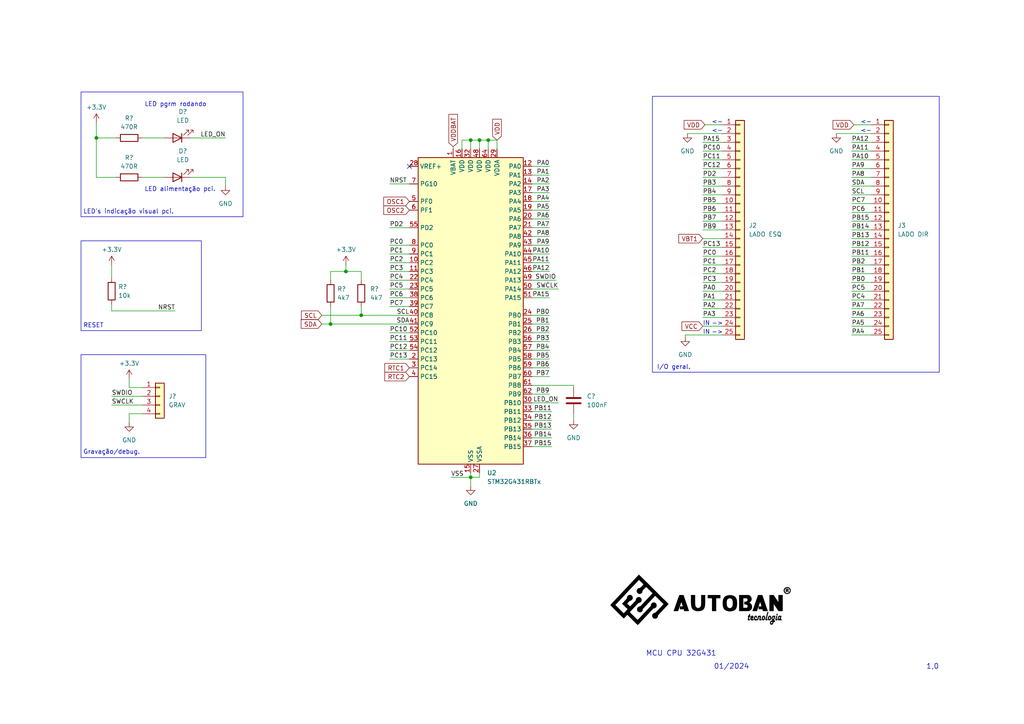
<source format=kicad_sch>
(kicad_sch (version 20230121) (generator eeschema)

  (uuid f065f419-6af7-4a9f-bb91-3533d0d752b8)

  (paper "A4")

  (lib_symbols
    (symbol "Connector_Generic:Conn_01x04" (pin_names (offset 1.016) hide) (in_bom yes) (on_board yes)
      (property "Reference" "J" (at 0 5.08 0)
        (effects (font (size 1.27 1.27)))
      )
      (property "Value" "Conn_01x04" (at 0 -7.62 0)
        (effects (font (size 1.27 1.27)))
      )
      (property "Footprint" "" (at 0 0 0)
        (effects (font (size 1.27 1.27)) hide)
      )
      (property "Datasheet" "~" (at 0 0 0)
        (effects (font (size 1.27 1.27)) hide)
      )
      (property "ki_keywords" "connector" (at 0 0 0)
        (effects (font (size 1.27 1.27)) hide)
      )
      (property "ki_description" "Generic connector, single row, 01x04, script generated (kicad-library-utils/schlib/autogen/connector/)" (at 0 0 0)
        (effects (font (size 1.27 1.27)) hide)
      )
      (property "ki_fp_filters" "Connector*:*_1x??_*" (at 0 0 0)
        (effects (font (size 1.27 1.27)) hide)
      )
      (symbol "Conn_01x04_1_1"
        (rectangle (start -1.27 -4.953) (end 0 -5.207)
          (stroke (width 0.1524) (type default))
          (fill (type none))
        )
        (rectangle (start -1.27 -2.413) (end 0 -2.667)
          (stroke (width 0.1524) (type default))
          (fill (type none))
        )
        (rectangle (start -1.27 0.127) (end 0 -0.127)
          (stroke (width 0.1524) (type default))
          (fill (type none))
        )
        (rectangle (start -1.27 2.667) (end 0 2.413)
          (stroke (width 0.1524) (type default))
          (fill (type none))
        )
        (rectangle (start -1.27 3.81) (end 1.27 -6.35)
          (stroke (width 0.254) (type default))
          (fill (type background))
        )
        (pin passive line (at -5.08 2.54 0) (length 3.81)
          (name "Pin_1" (effects (font (size 1.27 1.27))))
          (number "1" (effects (font (size 1.27 1.27))))
        )
        (pin passive line (at -5.08 0 0) (length 3.81)
          (name "Pin_2" (effects (font (size 1.27 1.27))))
          (number "2" (effects (font (size 1.27 1.27))))
        )
        (pin passive line (at -5.08 -2.54 0) (length 3.81)
          (name "Pin_3" (effects (font (size 1.27 1.27))))
          (number "3" (effects (font (size 1.27 1.27))))
        )
        (pin passive line (at -5.08 -5.08 0) (length 3.81)
          (name "Pin_4" (effects (font (size 1.27 1.27))))
          (number "4" (effects (font (size 1.27 1.27))))
        )
      )
    )
    (symbol "Connector_Generic:Conn_01x25" (pin_names (offset 1.016) hide) (in_bom yes) (on_board yes)
      (property "Reference" "J" (at 0 33.02 0)
        (effects (font (size 1.27 1.27)))
      )
      (property "Value" "Conn_01x25" (at 0 -33.02 0)
        (effects (font (size 1.27 1.27)))
      )
      (property "Footprint" "" (at 0 0 0)
        (effects (font (size 1.27 1.27)) hide)
      )
      (property "Datasheet" "~" (at 0 0 0)
        (effects (font (size 1.27 1.27)) hide)
      )
      (property "ki_keywords" "connector" (at 0 0 0)
        (effects (font (size 1.27 1.27)) hide)
      )
      (property "ki_description" "Generic connector, single row, 01x25, script generated (kicad-library-utils/schlib/autogen/connector/)" (at 0 0 0)
        (effects (font (size 1.27 1.27)) hide)
      )
      (property "ki_fp_filters" "Connector*:*_1x??_*" (at 0 0 0)
        (effects (font (size 1.27 1.27)) hide)
      )
      (symbol "Conn_01x25_1_1"
        (rectangle (start -1.27 -30.353) (end 0 -30.607)
          (stroke (width 0.1524) (type default))
          (fill (type none))
        )
        (rectangle (start -1.27 -27.813) (end 0 -28.067)
          (stroke (width 0.1524) (type default))
          (fill (type none))
        )
        (rectangle (start -1.27 -25.273) (end 0 -25.527)
          (stroke (width 0.1524) (type default))
          (fill (type none))
        )
        (rectangle (start -1.27 -22.733) (end 0 -22.987)
          (stroke (width 0.1524) (type default))
          (fill (type none))
        )
        (rectangle (start -1.27 -20.193) (end 0 -20.447)
          (stroke (width 0.1524) (type default))
          (fill (type none))
        )
        (rectangle (start -1.27 -17.653) (end 0 -17.907)
          (stroke (width 0.1524) (type default))
          (fill (type none))
        )
        (rectangle (start -1.27 -15.113) (end 0 -15.367)
          (stroke (width 0.1524) (type default))
          (fill (type none))
        )
        (rectangle (start -1.27 -12.573) (end 0 -12.827)
          (stroke (width 0.1524) (type default))
          (fill (type none))
        )
        (rectangle (start -1.27 -10.033) (end 0 -10.287)
          (stroke (width 0.1524) (type default))
          (fill (type none))
        )
        (rectangle (start -1.27 -7.493) (end 0 -7.747)
          (stroke (width 0.1524) (type default))
          (fill (type none))
        )
        (rectangle (start -1.27 -4.953) (end 0 -5.207)
          (stroke (width 0.1524) (type default))
          (fill (type none))
        )
        (rectangle (start -1.27 -2.413) (end 0 -2.667)
          (stroke (width 0.1524) (type default))
          (fill (type none))
        )
        (rectangle (start -1.27 0.127) (end 0 -0.127)
          (stroke (width 0.1524) (type default))
          (fill (type none))
        )
        (rectangle (start -1.27 2.667) (end 0 2.413)
          (stroke (width 0.1524) (type default))
          (fill (type none))
        )
        (rectangle (start -1.27 5.207) (end 0 4.953)
          (stroke (width 0.1524) (type default))
          (fill (type none))
        )
        (rectangle (start -1.27 7.747) (end 0 7.493)
          (stroke (width 0.1524) (type default))
          (fill (type none))
        )
        (rectangle (start -1.27 10.287) (end 0 10.033)
          (stroke (width 0.1524) (type default))
          (fill (type none))
        )
        (rectangle (start -1.27 12.827) (end 0 12.573)
          (stroke (width 0.1524) (type default))
          (fill (type none))
        )
        (rectangle (start -1.27 15.367) (end 0 15.113)
          (stroke (width 0.1524) (type default))
          (fill (type none))
        )
        (rectangle (start -1.27 17.907) (end 0 17.653)
          (stroke (width 0.1524) (type default))
          (fill (type none))
        )
        (rectangle (start -1.27 20.447) (end 0 20.193)
          (stroke (width 0.1524) (type default))
          (fill (type none))
        )
        (rectangle (start -1.27 22.987) (end 0 22.733)
          (stroke (width 0.1524) (type default))
          (fill (type none))
        )
        (rectangle (start -1.27 25.527) (end 0 25.273)
          (stroke (width 0.1524) (type default))
          (fill (type none))
        )
        (rectangle (start -1.27 28.067) (end 0 27.813)
          (stroke (width 0.1524) (type default))
          (fill (type none))
        )
        (rectangle (start -1.27 30.607) (end 0 30.353)
          (stroke (width 0.1524) (type default))
          (fill (type none))
        )
        (rectangle (start -1.27 31.75) (end 1.27 -31.75)
          (stroke (width 0.254) (type default))
          (fill (type background))
        )
        (pin passive line (at -5.08 30.48 0) (length 3.81)
          (name "Pin_1" (effects (font (size 1.27 1.27))))
          (number "1" (effects (font (size 1.27 1.27))))
        )
        (pin passive line (at -5.08 7.62 0) (length 3.81)
          (name "Pin_10" (effects (font (size 1.27 1.27))))
          (number "10" (effects (font (size 1.27 1.27))))
        )
        (pin passive line (at -5.08 5.08 0) (length 3.81)
          (name "Pin_11" (effects (font (size 1.27 1.27))))
          (number "11" (effects (font (size 1.27 1.27))))
        )
        (pin passive line (at -5.08 2.54 0) (length 3.81)
          (name "Pin_12" (effects (font (size 1.27 1.27))))
          (number "12" (effects (font (size 1.27 1.27))))
        )
        (pin passive line (at -5.08 0 0) (length 3.81)
          (name "Pin_13" (effects (font (size 1.27 1.27))))
          (number "13" (effects (font (size 1.27 1.27))))
        )
        (pin passive line (at -5.08 -2.54 0) (length 3.81)
          (name "Pin_14" (effects (font (size 1.27 1.27))))
          (number "14" (effects (font (size 1.27 1.27))))
        )
        (pin passive line (at -5.08 -5.08 0) (length 3.81)
          (name "Pin_15" (effects (font (size 1.27 1.27))))
          (number "15" (effects (font (size 1.27 1.27))))
        )
        (pin passive line (at -5.08 -7.62 0) (length 3.81)
          (name "Pin_16" (effects (font (size 1.27 1.27))))
          (number "16" (effects (font (size 1.27 1.27))))
        )
        (pin passive line (at -5.08 -10.16 0) (length 3.81)
          (name "Pin_17" (effects (font (size 1.27 1.27))))
          (number "17" (effects (font (size 1.27 1.27))))
        )
        (pin passive line (at -5.08 -12.7 0) (length 3.81)
          (name "Pin_18" (effects (font (size 1.27 1.27))))
          (number "18" (effects (font (size 1.27 1.27))))
        )
        (pin passive line (at -5.08 -15.24 0) (length 3.81)
          (name "Pin_19" (effects (font (size 1.27 1.27))))
          (number "19" (effects (font (size 1.27 1.27))))
        )
        (pin passive line (at -5.08 27.94 0) (length 3.81)
          (name "Pin_2" (effects (font (size 1.27 1.27))))
          (number "2" (effects (font (size 1.27 1.27))))
        )
        (pin passive line (at -5.08 -17.78 0) (length 3.81)
          (name "Pin_20" (effects (font (size 1.27 1.27))))
          (number "20" (effects (font (size 1.27 1.27))))
        )
        (pin passive line (at -5.08 -20.32 0) (length 3.81)
          (name "Pin_21" (effects (font (size 1.27 1.27))))
          (number "21" (effects (font (size 1.27 1.27))))
        )
        (pin passive line (at -5.08 -22.86 0) (length 3.81)
          (name "Pin_22" (effects (font (size 1.27 1.27))))
          (number "22" (effects (font (size 1.27 1.27))))
        )
        (pin passive line (at -5.08 -25.4 0) (length 3.81)
          (name "Pin_23" (effects (font (size 1.27 1.27))))
          (number "23" (effects (font (size 1.27 1.27))))
        )
        (pin passive line (at -5.08 -27.94 0) (length 3.81)
          (name "Pin_24" (effects (font (size 1.27 1.27))))
          (number "24" (effects (font (size 1.27 1.27))))
        )
        (pin passive line (at -5.08 -30.48 0) (length 3.81)
          (name "Pin_25" (effects (font (size 1.27 1.27))))
          (number "25" (effects (font (size 1.27 1.27))))
        )
        (pin passive line (at -5.08 25.4 0) (length 3.81)
          (name "Pin_3" (effects (font (size 1.27 1.27))))
          (number "3" (effects (font (size 1.27 1.27))))
        )
        (pin passive line (at -5.08 22.86 0) (length 3.81)
          (name "Pin_4" (effects (font (size 1.27 1.27))))
          (number "4" (effects (font (size 1.27 1.27))))
        )
        (pin passive line (at -5.08 20.32 0) (length 3.81)
          (name "Pin_5" (effects (font (size 1.27 1.27))))
          (number "5" (effects (font (size 1.27 1.27))))
        )
        (pin passive line (at -5.08 17.78 0) (length 3.81)
          (name "Pin_6" (effects (font (size 1.27 1.27))))
          (number "6" (effects (font (size 1.27 1.27))))
        )
        (pin passive line (at -5.08 15.24 0) (length 3.81)
          (name "Pin_7" (effects (font (size 1.27 1.27))))
          (number "7" (effects (font (size 1.27 1.27))))
        )
        (pin passive line (at -5.08 12.7 0) (length 3.81)
          (name "Pin_8" (effects (font (size 1.27 1.27))))
          (number "8" (effects (font (size 1.27 1.27))))
        )
        (pin passive line (at -5.08 10.16 0) (length 3.81)
          (name "Pin_9" (effects (font (size 1.27 1.27))))
          (number "9" (effects (font (size 1.27 1.27))))
        )
      )
    )
    (symbol "Device:LED" (pin_numbers hide) (pin_names (offset 1.016) hide) (in_bom yes) (on_board yes)
      (property "Reference" "D" (at 0 2.54 0)
        (effects (font (size 1.27 1.27)))
      )
      (property "Value" "LED" (at 0 -2.54 0)
        (effects (font (size 1.27 1.27)))
      )
      (property "Footprint" "" (at 0 0 0)
        (effects (font (size 1.27 1.27)) hide)
      )
      (property "Datasheet" "~" (at 0 0 0)
        (effects (font (size 1.27 1.27)) hide)
      )
      (property "ki_keywords" "LED diode" (at 0 0 0)
        (effects (font (size 1.27 1.27)) hide)
      )
      (property "ki_description" "Light emitting diode" (at 0 0 0)
        (effects (font (size 1.27 1.27)) hide)
      )
      (property "ki_fp_filters" "LED* LED_SMD:* LED_THT:*" (at 0 0 0)
        (effects (font (size 1.27 1.27)) hide)
      )
      (symbol "LED_0_1"
        (polyline
          (pts
            (xy -1.27 -1.27)
            (xy -1.27 1.27)
          )
          (stroke (width 0.254) (type default))
          (fill (type none))
        )
        (polyline
          (pts
            (xy -1.27 0)
            (xy 1.27 0)
          )
          (stroke (width 0) (type default))
          (fill (type none))
        )
        (polyline
          (pts
            (xy 1.27 -1.27)
            (xy 1.27 1.27)
            (xy -1.27 0)
            (xy 1.27 -1.27)
          )
          (stroke (width 0.254) (type default))
          (fill (type none))
        )
        (polyline
          (pts
            (xy -3.048 -0.762)
            (xy -4.572 -2.286)
            (xy -3.81 -2.286)
            (xy -4.572 -2.286)
            (xy -4.572 -1.524)
          )
          (stroke (width 0) (type default))
          (fill (type none))
        )
        (polyline
          (pts
            (xy -1.778 -0.762)
            (xy -3.302 -2.286)
            (xy -2.54 -2.286)
            (xy -3.302 -2.286)
            (xy -3.302 -1.524)
          )
          (stroke (width 0) (type default))
          (fill (type none))
        )
      )
      (symbol "LED_1_1"
        (pin passive line (at -3.81 0 0) (length 2.54)
          (name "K" (effects (font (size 1.27 1.27))))
          (number "1" (effects (font (size 1.27 1.27))))
        )
        (pin passive line (at 3.81 0 180) (length 2.54)
          (name "A" (effects (font (size 1.27 1.27))))
          (number "2" (effects (font (size 1.27 1.27))))
        )
      )
    )
    (symbol "MCU_ST_STM32G4:STM32G431RBTx" (in_bom yes) (on_board yes)
      (property "Reference" "U" (at -15.24 46.99 0)
        (effects (font (size 1.27 1.27)) (justify left))
      )
      (property "Value" "STM32G431RBTx" (at 10.16 46.99 0)
        (effects (font (size 1.27 1.27)) (justify left))
      )
      (property "Footprint" "Package_QFP:LQFP-64_10x10mm_P0.5mm" (at -15.24 -43.18 0)
        (effects (font (size 1.27 1.27)) (justify right) hide)
      )
      (property "Datasheet" "https://www.st.com/resource/en/datasheet/stm32g431rb.pdf" (at 0 0 0)
        (effects (font (size 1.27 1.27)) hide)
      )
      (property "ki_locked" "" (at 0 0 0)
        (effects (font (size 1.27 1.27)))
      )
      (property "ki_keywords" "Arm Cortex-M4 STM32G4 STM32G4x1" (at 0 0 0)
        (effects (font (size 1.27 1.27)) hide)
      )
      (property "ki_description" "STMicroelectronics Arm Cortex-M4 MCU, 128KB flash, 32KB RAM, 170 MHz, 1.71-3.6V, 52 GPIO, LQFP64" (at 0 0 0)
        (effects (font (size 1.27 1.27)) hide)
      )
      (property "ki_fp_filters" "LQFP*10x10mm*P0.5mm*" (at 0 0 0)
        (effects (font (size 1.27 1.27)) hide)
      )
      (symbol "STM32G431RBTx_0_1"
        (rectangle (start -15.24 -43.18) (end 15.24 45.72)
          (stroke (width 0.254) (type default))
          (fill (type background))
        )
      )
      (symbol "STM32G431RBTx_1_1"
        (pin power_in line (at -5.08 48.26 270) (length 2.54)
          (name "VBAT" (effects (font (size 1.27 1.27))))
          (number "1" (effects (font (size 1.27 1.27))))
        )
        (pin bidirectional line (at -17.78 15.24 0) (length 2.54)
          (name "PC2" (effects (font (size 1.27 1.27))))
          (number "10" (effects (font (size 1.27 1.27))))
          (alternate "ADC1_IN8" bidirectional line)
          (alternate "ADC2_IN8" bidirectional line)
          (alternate "COMP3_OUT" bidirectional line)
          (alternate "LPTIM1_IN2" bidirectional line)
          (alternate "TIM1_CH3" bidirectional line)
        )
        (pin bidirectional line (at -17.78 12.7 0) (length 2.54)
          (name "PC3" (effects (font (size 1.27 1.27))))
          (number "11" (effects (font (size 1.27 1.27))))
          (alternate "ADC1_IN9" bidirectional line)
          (alternate "ADC2_IN9" bidirectional line)
          (alternate "LPTIM1_ETR" bidirectional line)
          (alternate "SAI1_D1" bidirectional line)
          (alternate "SAI1_SD_A" bidirectional line)
          (alternate "TIM1_BKIN2" bidirectional line)
          (alternate "TIM1_CH4" bidirectional line)
        )
        (pin bidirectional line (at 17.78 43.18 180) (length 2.54)
          (name "PA0" (effects (font (size 1.27 1.27))))
          (number "12" (effects (font (size 1.27 1.27))))
          (alternate "ADC1_IN1" bidirectional line)
          (alternate "ADC2_IN1" bidirectional line)
          (alternate "COMP1_INM" bidirectional line)
          (alternate "COMP1_OUT" bidirectional line)
          (alternate "COMP3_INP" bidirectional line)
          (alternate "RTC_TAMP2" bidirectional line)
          (alternate "SYS_WKUP1" bidirectional line)
          (alternate "TIM2_CH1" bidirectional line)
          (alternate "TIM2_ETR" bidirectional line)
          (alternate "TIM8_BKIN" bidirectional line)
          (alternate "TIM8_ETR" bidirectional line)
          (alternate "USART2_CTS" bidirectional line)
          (alternate "USART2_NSS" bidirectional line)
        )
        (pin bidirectional line (at 17.78 40.64 180) (length 2.54)
          (name "PA1" (effects (font (size 1.27 1.27))))
          (number "13" (effects (font (size 1.27 1.27))))
          (alternate "ADC1_IN2" bidirectional line)
          (alternate "ADC2_IN2" bidirectional line)
          (alternate "COMP1_INP" bidirectional line)
          (alternate "OPAMP1_VINP" bidirectional line)
          (alternate "OPAMP1_VINP_SEC" bidirectional line)
          (alternate "OPAMP3_VINP" bidirectional line)
          (alternate "OPAMP3_VINP_SEC" bidirectional line)
          (alternate "RTC_REFIN" bidirectional line)
          (alternate "TIM15_CH1N" bidirectional line)
          (alternate "TIM2_CH2" bidirectional line)
          (alternate "USART2_DE" bidirectional line)
          (alternate "USART2_RTS" bidirectional line)
        )
        (pin bidirectional line (at 17.78 38.1 180) (length 2.54)
          (name "PA2" (effects (font (size 1.27 1.27))))
          (number "14" (effects (font (size 1.27 1.27))))
          (alternate "ADC1_IN3" bidirectional line)
          (alternate "COMP2_INM" bidirectional line)
          (alternate "COMP2_OUT" bidirectional line)
          (alternate "LPUART1_TX" bidirectional line)
          (alternate "OPAMP1_VOUT" bidirectional line)
          (alternate "RCC_LSCO" bidirectional line)
          (alternate "SYS_WKUP4" bidirectional line)
          (alternate "TIM15_CH1" bidirectional line)
          (alternate "TIM2_CH3" bidirectional line)
          (alternate "UCPD1_FRSTX1" bidirectional line)
          (alternate "UCPD1_FRSTX2" bidirectional line)
          (alternate "USART2_TX" bidirectional line)
        )
        (pin power_in line (at 0 -45.72 90) (length 2.54)
          (name "VSS" (effects (font (size 1.27 1.27))))
          (number "15" (effects (font (size 1.27 1.27))))
        )
        (pin power_in line (at -2.54 48.26 270) (length 2.54)
          (name "VDD" (effects (font (size 1.27 1.27))))
          (number "16" (effects (font (size 1.27 1.27))))
        )
        (pin bidirectional line (at 17.78 35.56 180) (length 2.54)
          (name "PA3" (effects (font (size 1.27 1.27))))
          (number "17" (effects (font (size 1.27 1.27))))
          (alternate "ADC1_IN4" bidirectional line)
          (alternate "COMP2_INP" bidirectional line)
          (alternate "LPUART1_RX" bidirectional line)
          (alternate "OPAMP1_VINM" bidirectional line)
          (alternate "OPAMP1_VINM0" bidirectional line)
          (alternate "OPAMP1_VINM_SEC" bidirectional line)
          (alternate "OPAMP1_VINP" bidirectional line)
          (alternate "OPAMP1_VINP_SEC" bidirectional line)
          (alternate "SAI1_CK1" bidirectional line)
          (alternate "SAI1_MCLK_A" bidirectional line)
          (alternate "TIM15_CH2" bidirectional line)
          (alternate "TIM2_CH4" bidirectional line)
          (alternate "USART2_RX" bidirectional line)
        )
        (pin bidirectional line (at 17.78 33.02 180) (length 2.54)
          (name "PA4" (effects (font (size 1.27 1.27))))
          (number "18" (effects (font (size 1.27 1.27))))
          (alternate "ADC2_IN17" bidirectional line)
          (alternate "COMP1_INM" bidirectional line)
          (alternate "DAC1_OUT1" bidirectional line)
          (alternate "I2S3_WS" bidirectional line)
          (alternate "SAI1_FS_B" bidirectional line)
          (alternate "SPI1_NSS" bidirectional line)
          (alternate "SPI3_NSS" bidirectional line)
          (alternate "TIM3_CH2" bidirectional line)
          (alternate "USART2_CK" bidirectional line)
        )
        (pin bidirectional line (at 17.78 30.48 180) (length 2.54)
          (name "PA5" (effects (font (size 1.27 1.27))))
          (number "19" (effects (font (size 1.27 1.27))))
          (alternate "ADC2_IN13" bidirectional line)
          (alternate "COMP2_INM" bidirectional line)
          (alternate "DAC1_OUT2" bidirectional line)
          (alternate "OPAMP2_VINM" bidirectional line)
          (alternate "OPAMP2_VINM0" bidirectional line)
          (alternate "OPAMP2_VINM_SEC" bidirectional line)
          (alternate "SPI1_SCK" bidirectional line)
          (alternate "TIM2_CH1" bidirectional line)
          (alternate "TIM2_ETR" bidirectional line)
          (alternate "UCPD1_FRSTX1" bidirectional line)
          (alternate "UCPD1_FRSTX2" bidirectional line)
        )
        (pin bidirectional line (at -17.78 -12.7 0) (length 2.54)
          (name "PC13" (effects (font (size 1.27 1.27))))
          (number "2" (effects (font (size 1.27 1.27))))
          (alternate "RTC_OUT1" bidirectional line)
          (alternate "RTC_TAMP1" bidirectional line)
          (alternate "RTC_TS" bidirectional line)
          (alternate "SYS_WKUP2" bidirectional line)
          (alternate "TIM1_BKIN" bidirectional line)
          (alternate "TIM1_CH1N" bidirectional line)
          (alternate "TIM8_CH4N" bidirectional line)
        )
        (pin bidirectional line (at 17.78 27.94 180) (length 2.54)
          (name "PA6" (effects (font (size 1.27 1.27))))
          (number "20" (effects (font (size 1.27 1.27))))
          (alternate "ADC2_IN3" bidirectional line)
          (alternate "COMP1_OUT" bidirectional line)
          (alternate "LPUART1_CTS" bidirectional line)
          (alternate "OPAMP2_VOUT" bidirectional line)
          (alternate "SPI1_MISO" bidirectional line)
          (alternate "TIM16_CH1" bidirectional line)
          (alternate "TIM1_BKIN" bidirectional line)
          (alternate "TIM3_CH1" bidirectional line)
          (alternate "TIM8_BKIN" bidirectional line)
        )
        (pin bidirectional line (at 17.78 25.4 180) (length 2.54)
          (name "PA7" (effects (font (size 1.27 1.27))))
          (number "21" (effects (font (size 1.27 1.27))))
          (alternate "ADC2_IN4" bidirectional line)
          (alternate "COMP2_INP" bidirectional line)
          (alternate "COMP2_OUT" bidirectional line)
          (alternate "OPAMP1_VINP" bidirectional line)
          (alternate "OPAMP1_VINP_SEC" bidirectional line)
          (alternate "OPAMP2_VINP" bidirectional line)
          (alternate "OPAMP2_VINP_SEC" bidirectional line)
          (alternate "SPI1_MOSI" bidirectional line)
          (alternate "TIM17_CH1" bidirectional line)
          (alternate "TIM1_CH1N" bidirectional line)
          (alternate "TIM3_CH2" bidirectional line)
          (alternate "TIM8_CH1N" bidirectional line)
          (alternate "UCPD1_FRSTX1" bidirectional line)
          (alternate "UCPD1_FRSTX2" bidirectional line)
        )
        (pin bidirectional line (at -17.78 10.16 0) (length 2.54)
          (name "PC4" (effects (font (size 1.27 1.27))))
          (number "22" (effects (font (size 1.27 1.27))))
          (alternate "ADC2_IN5" bidirectional line)
          (alternate "I2C2_SCL" bidirectional line)
          (alternate "TIM1_ETR" bidirectional line)
          (alternate "USART1_TX" bidirectional line)
        )
        (pin bidirectional line (at -17.78 7.62 0) (length 2.54)
          (name "PC5" (effects (font (size 1.27 1.27))))
          (number "23" (effects (font (size 1.27 1.27))))
          (alternate "ADC2_IN11" bidirectional line)
          (alternate "OPAMP1_VINM" bidirectional line)
          (alternate "OPAMP1_VINM1" bidirectional line)
          (alternate "OPAMP1_VINM_SEC" bidirectional line)
          (alternate "OPAMP2_VINM" bidirectional line)
          (alternate "OPAMP2_VINM1" bidirectional line)
          (alternate "OPAMP2_VINM_SEC" bidirectional line)
          (alternate "SAI1_D3" bidirectional line)
          (alternate "SYS_WKUP5" bidirectional line)
          (alternate "TIM15_BKIN" bidirectional line)
          (alternate "TIM1_CH4N" bidirectional line)
          (alternate "USART1_RX" bidirectional line)
        )
        (pin bidirectional line (at 17.78 0 180) (length 2.54)
          (name "PB0" (effects (font (size 1.27 1.27))))
          (number "24" (effects (font (size 1.27 1.27))))
          (alternate "ADC1_IN15" bidirectional line)
          (alternate "COMP4_INP" bidirectional line)
          (alternate "OPAMP2_VINP" bidirectional line)
          (alternate "OPAMP2_VINP_SEC" bidirectional line)
          (alternate "OPAMP3_VINP" bidirectional line)
          (alternate "OPAMP3_VINP_SEC" bidirectional line)
          (alternate "TIM1_CH2N" bidirectional line)
          (alternate "TIM3_CH3" bidirectional line)
          (alternate "TIM8_CH2N" bidirectional line)
          (alternate "UCPD1_FRSTX1" bidirectional line)
          (alternate "UCPD1_FRSTX2" bidirectional line)
        )
        (pin bidirectional line (at 17.78 -2.54 180) (length 2.54)
          (name "PB1" (effects (font (size 1.27 1.27))))
          (number "25" (effects (font (size 1.27 1.27))))
          (alternate "ADC1_IN12" bidirectional line)
          (alternate "COMP1_INP" bidirectional line)
          (alternate "COMP4_OUT" bidirectional line)
          (alternate "LPUART1_DE" bidirectional line)
          (alternate "LPUART1_RTS" bidirectional line)
          (alternate "OPAMP3_VOUT" bidirectional line)
          (alternate "TIM1_CH3N" bidirectional line)
          (alternate "TIM3_CH4" bidirectional line)
          (alternate "TIM8_CH3N" bidirectional line)
        )
        (pin bidirectional line (at 17.78 -5.08 180) (length 2.54)
          (name "PB2" (effects (font (size 1.27 1.27))))
          (number "26" (effects (font (size 1.27 1.27))))
          (alternate "ADC2_IN12" bidirectional line)
          (alternate "COMP4_INM" bidirectional line)
          (alternate "I2C3_SMBA" bidirectional line)
          (alternate "LPTIM1_OUT" bidirectional line)
          (alternate "OPAMP3_VINM" bidirectional line)
          (alternate "OPAMP3_VINM0" bidirectional line)
          (alternate "OPAMP3_VINM_SEC" bidirectional line)
          (alternate "RTC_OUT2" bidirectional line)
        )
        (pin power_in line (at 2.54 -45.72 90) (length 2.54)
          (name "VSSA" (effects (font (size 1.27 1.27))))
          (number "27" (effects (font (size 1.27 1.27))))
        )
        (pin input line (at -17.78 43.18 0) (length 2.54)
          (name "VREF+" (effects (font (size 1.27 1.27))))
          (number "28" (effects (font (size 1.27 1.27))))
          (alternate "VREFBUF_OUT" bidirectional line)
        )
        (pin power_in line (at 7.62 48.26 270) (length 2.54)
          (name "VDDA" (effects (font (size 1.27 1.27))))
          (number "29" (effects (font (size 1.27 1.27))))
        )
        (pin bidirectional line (at -17.78 -15.24 0) (length 2.54)
          (name "PC14" (effects (font (size 1.27 1.27))))
          (number "3" (effects (font (size 1.27 1.27))))
          (alternate "RCC_OSC32_IN" bidirectional line)
        )
        (pin bidirectional line (at 17.78 -25.4 180) (length 2.54)
          (name "PB10" (effects (font (size 1.27 1.27))))
          (number "30" (effects (font (size 1.27 1.27))))
          (alternate "DAC1_EXTI10" bidirectional line)
          (alternate "DAC3_EXTI10" bidirectional line)
          (alternate "LPUART1_RX" bidirectional line)
          (alternate "OPAMP3_VINM" bidirectional line)
          (alternate "OPAMP3_VINM1" bidirectional line)
          (alternate "OPAMP3_VINM_SEC" bidirectional line)
          (alternate "SAI1_SCK_A" bidirectional line)
          (alternate "TIM1_BKIN" bidirectional line)
          (alternate "TIM2_CH3" bidirectional line)
          (alternate "USART3_TX" bidirectional line)
        )
        (pin passive line (at 0 -45.72 90) (length 2.54) hide
          (name "VSS" (effects (font (size 1.27 1.27))))
          (number "31" (effects (font (size 1.27 1.27))))
        )
        (pin power_in line (at 0 48.26 270) (length 2.54)
          (name "VDD" (effects (font (size 1.27 1.27))))
          (number "32" (effects (font (size 1.27 1.27))))
        )
        (pin bidirectional line (at 17.78 -27.94 180) (length 2.54)
          (name "PB11" (effects (font (size 1.27 1.27))))
          (number "33" (effects (font (size 1.27 1.27))))
          (alternate "ADC1_EXTI11" bidirectional line)
          (alternate "ADC1_IN14" bidirectional line)
          (alternate "ADC2_EXTI11" bidirectional line)
          (alternate "ADC2_IN14" bidirectional line)
          (alternate "LPUART1_TX" bidirectional line)
          (alternate "TIM2_CH4" bidirectional line)
          (alternate "USART3_RX" bidirectional line)
        )
        (pin bidirectional line (at 17.78 -30.48 180) (length 2.54)
          (name "PB12" (effects (font (size 1.27 1.27))))
          (number "34" (effects (font (size 1.27 1.27))))
          (alternate "ADC1_IN11" bidirectional line)
          (alternate "I2C2_SMBA" bidirectional line)
          (alternate "I2S2_WS" bidirectional line)
          (alternate "LPUART1_DE" bidirectional line)
          (alternate "LPUART1_RTS" bidirectional line)
          (alternate "SPI2_NSS" bidirectional line)
          (alternate "TIM1_BKIN" bidirectional line)
          (alternate "USART3_CK" bidirectional line)
        )
        (pin bidirectional line (at 17.78 -33.02 180) (length 2.54)
          (name "PB13" (effects (font (size 1.27 1.27))))
          (number "35" (effects (font (size 1.27 1.27))))
          (alternate "I2S2_CK" bidirectional line)
          (alternate "LPUART1_CTS" bidirectional line)
          (alternate "OPAMP3_VINP" bidirectional line)
          (alternate "OPAMP3_VINP_SEC" bidirectional line)
          (alternate "SPI2_SCK" bidirectional line)
          (alternate "TIM1_CH1N" bidirectional line)
          (alternate "USART3_CTS" bidirectional line)
          (alternate "USART3_NSS" bidirectional line)
        )
        (pin bidirectional line (at 17.78 -35.56 180) (length 2.54)
          (name "PB14" (effects (font (size 1.27 1.27))))
          (number "36" (effects (font (size 1.27 1.27))))
          (alternate "ADC1_IN5" bidirectional line)
          (alternate "COMP4_OUT" bidirectional line)
          (alternate "OPAMP2_VINP" bidirectional line)
          (alternate "OPAMP2_VINP_SEC" bidirectional line)
          (alternate "SPI2_MISO" bidirectional line)
          (alternate "TIM15_CH1" bidirectional line)
          (alternate "TIM1_CH2N" bidirectional line)
          (alternate "USART3_DE" bidirectional line)
          (alternate "USART3_RTS" bidirectional line)
        )
        (pin bidirectional line (at 17.78 -38.1 180) (length 2.54)
          (name "PB15" (effects (font (size 1.27 1.27))))
          (number "37" (effects (font (size 1.27 1.27))))
          (alternate "ADC1_EXTI15" bidirectional line)
          (alternate "ADC2_EXTI15" bidirectional line)
          (alternate "ADC2_IN15" bidirectional line)
          (alternate "COMP3_OUT" bidirectional line)
          (alternate "I2S2_SD" bidirectional line)
          (alternate "RTC_REFIN" bidirectional line)
          (alternate "SPI2_MOSI" bidirectional line)
          (alternate "TIM15_CH1N" bidirectional line)
          (alternate "TIM15_CH2" bidirectional line)
          (alternate "TIM1_CH3N" bidirectional line)
        )
        (pin bidirectional line (at -17.78 5.08 0) (length 2.54)
          (name "PC6" (effects (font (size 1.27 1.27))))
          (number "38" (effects (font (size 1.27 1.27))))
          (alternate "I2S2_MCK" bidirectional line)
          (alternate "TIM3_CH1" bidirectional line)
          (alternate "TIM8_CH1" bidirectional line)
        )
        (pin bidirectional line (at -17.78 2.54 0) (length 2.54)
          (name "PC7" (effects (font (size 1.27 1.27))))
          (number "39" (effects (font (size 1.27 1.27))))
          (alternate "I2S3_MCK" bidirectional line)
          (alternate "TIM3_CH2" bidirectional line)
          (alternate "TIM8_CH2" bidirectional line)
        )
        (pin bidirectional line (at -17.78 -17.78 0) (length 2.54)
          (name "PC15" (effects (font (size 1.27 1.27))))
          (number "4" (effects (font (size 1.27 1.27))))
          (alternate "ADC1_EXTI15" bidirectional line)
          (alternate "ADC2_EXTI15" bidirectional line)
          (alternate "RCC_OSC32_OUT" bidirectional line)
        )
        (pin bidirectional line (at -17.78 0 0) (length 2.54)
          (name "PC8" (effects (font (size 1.27 1.27))))
          (number "40" (effects (font (size 1.27 1.27))))
          (alternate "I2C3_SCL" bidirectional line)
          (alternate "TIM3_CH3" bidirectional line)
          (alternate "TIM8_CH3" bidirectional line)
        )
        (pin bidirectional line (at -17.78 -2.54 0) (length 2.54)
          (name "PC9" (effects (font (size 1.27 1.27))))
          (number "41" (effects (font (size 1.27 1.27))))
          (alternate "DAC1_EXTI9" bidirectional line)
          (alternate "DAC3_EXTI9" bidirectional line)
          (alternate "I2C3_SDA" bidirectional line)
          (alternate "I2S_CKIN" bidirectional line)
          (alternate "TIM3_CH4" bidirectional line)
          (alternate "TIM8_BKIN2" bidirectional line)
          (alternate "TIM8_CH4" bidirectional line)
        )
        (pin bidirectional line (at 17.78 22.86 180) (length 2.54)
          (name "PA8" (effects (font (size 1.27 1.27))))
          (number "42" (effects (font (size 1.27 1.27))))
          (alternate "I2C2_SDA" bidirectional line)
          (alternate "I2C3_SCL" bidirectional line)
          (alternate "I2S2_MCK" bidirectional line)
          (alternate "RCC_MCO" bidirectional line)
          (alternate "SAI1_CK2" bidirectional line)
          (alternate "SAI1_SCK_A" bidirectional line)
          (alternate "TIM1_CH1" bidirectional line)
          (alternate "TIM4_ETR" bidirectional line)
          (alternate "USART1_CK" bidirectional line)
        )
        (pin bidirectional line (at 17.78 20.32 180) (length 2.54)
          (name "PA9" (effects (font (size 1.27 1.27))))
          (number "43" (effects (font (size 1.27 1.27))))
          (alternate "DAC1_EXTI9" bidirectional line)
          (alternate "DAC3_EXTI9" bidirectional line)
          (alternate "I2C2_SCL" bidirectional line)
          (alternate "I2C3_SMBA" bidirectional line)
          (alternate "I2S3_MCK" bidirectional line)
          (alternate "SAI1_FS_A" bidirectional line)
          (alternate "TIM15_BKIN" bidirectional line)
          (alternate "TIM1_CH2" bidirectional line)
          (alternate "TIM2_CH3" bidirectional line)
          (alternate "UCPD1_DBCC1" bidirectional line)
          (alternate "USART1_TX" bidirectional line)
        )
        (pin bidirectional line (at 17.78 17.78 180) (length 2.54)
          (name "PA10" (effects (font (size 1.27 1.27))))
          (number "44" (effects (font (size 1.27 1.27))))
          (alternate "CRS_SYNC" bidirectional line)
          (alternate "DAC1_EXTI10" bidirectional line)
          (alternate "DAC3_EXTI10" bidirectional line)
          (alternate "I2C2_SMBA" bidirectional line)
          (alternate "SAI1_D1" bidirectional line)
          (alternate "SAI1_SD_A" bidirectional line)
          (alternate "SPI2_MISO" bidirectional line)
          (alternate "TIM17_BKIN" bidirectional line)
          (alternate "TIM1_CH3" bidirectional line)
          (alternate "TIM2_CH4" bidirectional line)
          (alternate "TIM8_BKIN" bidirectional line)
          (alternate "UCPD1_DBCC2" bidirectional line)
          (alternate "USART1_RX" bidirectional line)
        )
        (pin bidirectional line (at 17.78 15.24 180) (length 2.54)
          (name "PA11" (effects (font (size 1.27 1.27))))
          (number "45" (effects (font (size 1.27 1.27))))
          (alternate "ADC1_EXTI11" bidirectional line)
          (alternate "ADC2_EXTI11" bidirectional line)
          (alternate "COMP1_OUT" bidirectional line)
          (alternate "FDCAN1_RX" bidirectional line)
          (alternate "I2S2_SD" bidirectional line)
          (alternate "SPI2_MOSI" bidirectional line)
          (alternate "TIM1_BKIN2" bidirectional line)
          (alternate "TIM1_CH1N" bidirectional line)
          (alternate "TIM1_CH4" bidirectional line)
          (alternate "TIM4_CH1" bidirectional line)
          (alternate "USART1_CTS" bidirectional line)
          (alternate "USART1_NSS" bidirectional line)
          (alternate "USB_DM" bidirectional line)
        )
        (pin bidirectional line (at 17.78 12.7 180) (length 2.54)
          (name "PA12" (effects (font (size 1.27 1.27))))
          (number "46" (effects (font (size 1.27 1.27))))
          (alternate "COMP2_OUT" bidirectional line)
          (alternate "FDCAN1_TX" bidirectional line)
          (alternate "I2S_CKIN" bidirectional line)
          (alternate "TIM16_CH1" bidirectional line)
          (alternate "TIM1_CH2N" bidirectional line)
          (alternate "TIM1_ETR" bidirectional line)
          (alternate "TIM4_CH2" bidirectional line)
          (alternate "USART1_DE" bidirectional line)
          (alternate "USART1_RTS" bidirectional line)
          (alternate "USB_DP" bidirectional line)
        )
        (pin passive line (at 0 -45.72 90) (length 2.54) hide
          (name "VSS" (effects (font (size 1.27 1.27))))
          (number "47" (effects (font (size 1.27 1.27))))
        )
        (pin power_in line (at 2.54 48.26 270) (length 2.54)
          (name "VDD" (effects (font (size 1.27 1.27))))
          (number "48" (effects (font (size 1.27 1.27))))
        )
        (pin bidirectional line (at 17.78 10.16 180) (length 2.54)
          (name "PA13" (effects (font (size 1.27 1.27))))
          (number "49" (effects (font (size 1.27 1.27))))
          (alternate "I2C1_SCL" bidirectional line)
          (alternate "IR_OUT" bidirectional line)
          (alternate "SAI1_SD_B" bidirectional line)
          (alternate "SYS_JTMS-SWDIO" bidirectional line)
          (alternate "TIM16_CH1N" bidirectional line)
          (alternate "TIM4_CH3" bidirectional line)
          (alternate "USART3_CTS" bidirectional line)
          (alternate "USART3_NSS" bidirectional line)
        )
        (pin bidirectional line (at -17.78 33.02 0) (length 2.54)
          (name "PF0" (effects (font (size 1.27 1.27))))
          (number "5" (effects (font (size 1.27 1.27))))
          (alternate "ADC1_IN10" bidirectional line)
          (alternate "I2C2_SDA" bidirectional line)
          (alternate "I2S2_WS" bidirectional line)
          (alternate "RCC_OSC_IN" bidirectional line)
          (alternate "SPI2_NSS" bidirectional line)
          (alternate "TIM1_CH3N" bidirectional line)
        )
        (pin bidirectional line (at 17.78 7.62 180) (length 2.54)
          (name "PA14" (effects (font (size 1.27 1.27))))
          (number "50" (effects (font (size 1.27 1.27))))
          (alternate "I2C1_SDA" bidirectional line)
          (alternate "LPTIM1_OUT" bidirectional line)
          (alternate "SAI1_FS_B" bidirectional line)
          (alternate "SYS_JTCK-SWCLK" bidirectional line)
          (alternate "TIM1_BKIN" bidirectional line)
          (alternate "TIM8_CH2" bidirectional line)
          (alternate "USART2_TX" bidirectional line)
        )
        (pin bidirectional line (at 17.78 5.08 180) (length 2.54)
          (name "PA15" (effects (font (size 1.27 1.27))))
          (number "51" (effects (font (size 1.27 1.27))))
          (alternate "ADC1_EXTI15" bidirectional line)
          (alternate "ADC2_EXTI15" bidirectional line)
          (alternate "I2C1_SCL" bidirectional line)
          (alternate "I2S3_WS" bidirectional line)
          (alternate "SPI1_NSS" bidirectional line)
          (alternate "SPI3_NSS" bidirectional line)
          (alternate "SYS_JTDI" bidirectional line)
          (alternate "TIM1_BKIN" bidirectional line)
          (alternate "TIM2_CH1" bidirectional line)
          (alternate "TIM2_ETR" bidirectional line)
          (alternate "TIM8_CH1" bidirectional line)
          (alternate "UART4_DE" bidirectional line)
          (alternate "UART4_RTS" bidirectional line)
          (alternate "USART2_RX" bidirectional line)
        )
        (pin bidirectional line (at -17.78 -5.08 0) (length 2.54)
          (name "PC10" (effects (font (size 1.27 1.27))))
          (number "52" (effects (font (size 1.27 1.27))))
          (alternate "DAC1_EXTI10" bidirectional line)
          (alternate "DAC3_EXTI10" bidirectional line)
          (alternate "I2S3_CK" bidirectional line)
          (alternate "SPI3_SCK" bidirectional line)
          (alternate "TIM8_CH1N" bidirectional line)
          (alternate "UART4_TX" bidirectional line)
          (alternate "USART3_TX" bidirectional line)
        )
        (pin bidirectional line (at -17.78 -7.62 0) (length 2.54)
          (name "PC11" (effects (font (size 1.27 1.27))))
          (number "53" (effects (font (size 1.27 1.27))))
          (alternate "ADC1_EXTI11" bidirectional line)
          (alternate "ADC2_EXTI11" bidirectional line)
          (alternate "I2C3_SDA" bidirectional line)
          (alternate "SPI3_MISO" bidirectional line)
          (alternate "TIM8_CH2N" bidirectional line)
          (alternate "UART4_RX" bidirectional line)
          (alternate "USART3_RX" bidirectional line)
        )
        (pin bidirectional line (at -17.78 -10.16 0) (length 2.54)
          (name "PC12" (effects (font (size 1.27 1.27))))
          (number "54" (effects (font (size 1.27 1.27))))
          (alternate "I2S3_SD" bidirectional line)
          (alternate "SPI3_MOSI" bidirectional line)
          (alternate "TIM8_CH3N" bidirectional line)
          (alternate "UCPD1_FRSTX1" bidirectional line)
          (alternate "UCPD1_FRSTX2" bidirectional line)
          (alternate "USART3_CK" bidirectional line)
        )
        (pin bidirectional line (at -17.78 25.4 0) (length 2.54)
          (name "PD2" (effects (font (size 1.27 1.27))))
          (number "55" (effects (font (size 1.27 1.27))))
          (alternate "TIM3_ETR" bidirectional line)
          (alternate "TIM8_BKIN" bidirectional line)
        )
        (pin bidirectional line (at 17.78 -7.62 180) (length 2.54)
          (name "PB3" (effects (font (size 1.27 1.27))))
          (number "56" (effects (font (size 1.27 1.27))))
          (alternate "CRS_SYNC" bidirectional line)
          (alternate "I2S3_CK" bidirectional line)
          (alternate "SAI1_SCK_B" bidirectional line)
          (alternate "SPI1_SCK" bidirectional line)
          (alternate "SPI3_SCK" bidirectional line)
          (alternate "SYS_JTDO-SWO" bidirectional line)
          (alternate "TIM2_CH2" bidirectional line)
          (alternate "TIM3_ETR" bidirectional line)
          (alternate "TIM4_ETR" bidirectional line)
          (alternate "TIM8_CH1N" bidirectional line)
          (alternate "USART2_TX" bidirectional line)
        )
        (pin bidirectional line (at 17.78 -10.16 180) (length 2.54)
          (name "PB4" (effects (font (size 1.27 1.27))))
          (number "57" (effects (font (size 1.27 1.27))))
          (alternate "SAI1_MCLK_B" bidirectional line)
          (alternate "SPI1_MISO" bidirectional line)
          (alternate "SPI3_MISO" bidirectional line)
          (alternate "SYS_JTRST" bidirectional line)
          (alternate "TIM16_CH1" bidirectional line)
          (alternate "TIM17_BKIN" bidirectional line)
          (alternate "TIM3_CH1" bidirectional line)
          (alternate "TIM8_CH2N" bidirectional line)
          (alternate "UCPD1_CC2" bidirectional line)
          (alternate "USART2_RX" bidirectional line)
        )
        (pin bidirectional line (at 17.78 -12.7 180) (length 2.54)
          (name "PB5" (effects (font (size 1.27 1.27))))
          (number "58" (effects (font (size 1.27 1.27))))
          (alternate "I2C1_SMBA" bidirectional line)
          (alternate "I2C3_SDA" bidirectional line)
          (alternate "I2S3_SD" bidirectional line)
          (alternate "LPTIM1_IN1" bidirectional line)
          (alternate "SAI1_SD_B" bidirectional line)
          (alternate "SPI1_MOSI" bidirectional line)
          (alternate "SPI3_MOSI" bidirectional line)
          (alternate "TIM16_BKIN" bidirectional line)
          (alternate "TIM17_CH1" bidirectional line)
          (alternate "TIM3_CH2" bidirectional line)
          (alternate "TIM8_CH3N" bidirectional line)
          (alternate "USART2_CK" bidirectional line)
        )
        (pin bidirectional line (at 17.78 -15.24 180) (length 2.54)
          (name "PB6" (effects (font (size 1.27 1.27))))
          (number "59" (effects (font (size 1.27 1.27))))
          (alternate "COMP4_OUT" bidirectional line)
          (alternate "LPTIM1_ETR" bidirectional line)
          (alternate "SAI1_FS_B" bidirectional line)
          (alternate "TIM16_CH1N" bidirectional line)
          (alternate "TIM4_CH1" bidirectional line)
          (alternate "TIM8_BKIN2" bidirectional line)
          (alternate "TIM8_CH1" bidirectional line)
          (alternate "TIM8_ETR" bidirectional line)
          (alternate "UCPD1_CC1" bidirectional line)
          (alternate "USART1_TX" bidirectional line)
        )
        (pin bidirectional line (at -17.78 30.48 0) (length 2.54)
          (name "PF1" (effects (font (size 1.27 1.27))))
          (number "6" (effects (font (size 1.27 1.27))))
          (alternate "ADC2_IN10" bidirectional line)
          (alternate "COMP3_INM" bidirectional line)
          (alternate "I2S2_CK" bidirectional line)
          (alternate "RCC_OSC_OUT" bidirectional line)
          (alternate "SPI2_SCK" bidirectional line)
        )
        (pin bidirectional line (at 17.78 -17.78 180) (length 2.54)
          (name "PB7" (effects (font (size 1.27 1.27))))
          (number "60" (effects (font (size 1.27 1.27))))
          (alternate "COMP3_OUT" bidirectional line)
          (alternate "I2C1_SDA" bidirectional line)
          (alternate "LPTIM1_IN2" bidirectional line)
          (alternate "SYS_PVD_IN" bidirectional line)
          (alternate "TIM17_CH1N" bidirectional line)
          (alternate "TIM3_CH4" bidirectional line)
          (alternate "TIM4_CH2" bidirectional line)
          (alternate "TIM8_BKIN" bidirectional line)
          (alternate "UART4_CTS" bidirectional line)
          (alternate "USART1_RX" bidirectional line)
        )
        (pin bidirectional line (at 17.78 -20.32 180) (length 2.54)
          (name "PB8" (effects (font (size 1.27 1.27))))
          (number "61" (effects (font (size 1.27 1.27))))
          (alternate "COMP1_OUT" bidirectional line)
          (alternate "FDCAN1_RX" bidirectional line)
          (alternate "I2C1_SCL" bidirectional line)
          (alternate "SAI1_CK1" bidirectional line)
          (alternate "SAI1_MCLK_A" bidirectional line)
          (alternate "TIM16_CH1" bidirectional line)
          (alternate "TIM1_BKIN" bidirectional line)
          (alternate "TIM4_CH3" bidirectional line)
          (alternate "TIM8_CH2" bidirectional line)
          (alternate "USART3_RX" bidirectional line)
        )
        (pin bidirectional line (at 17.78 -22.86 180) (length 2.54)
          (name "PB9" (effects (font (size 1.27 1.27))))
          (number "62" (effects (font (size 1.27 1.27))))
          (alternate "COMP2_OUT" bidirectional line)
          (alternate "DAC1_EXTI9" bidirectional line)
          (alternate "DAC3_EXTI9" bidirectional line)
          (alternate "FDCAN1_TX" bidirectional line)
          (alternate "I2C1_SDA" bidirectional line)
          (alternate "IR_OUT" bidirectional line)
          (alternate "SAI1_D2" bidirectional line)
          (alternate "SAI1_FS_A" bidirectional line)
          (alternate "TIM17_CH1" bidirectional line)
          (alternate "TIM1_CH3N" bidirectional line)
          (alternate "TIM4_CH4" bidirectional line)
          (alternate "TIM8_CH3" bidirectional line)
          (alternate "USART3_TX" bidirectional line)
        )
        (pin passive line (at 0 -45.72 90) (length 2.54) hide
          (name "VSS" (effects (font (size 1.27 1.27))))
          (number "63" (effects (font (size 1.27 1.27))))
        )
        (pin power_in line (at 5.08 48.26 270) (length 2.54)
          (name "VDD" (effects (font (size 1.27 1.27))))
          (number "64" (effects (font (size 1.27 1.27))))
        )
        (pin bidirectional line (at -17.78 38.1 0) (length 2.54)
          (name "PG10" (effects (font (size 1.27 1.27))))
          (number "7" (effects (font (size 1.27 1.27))))
          (alternate "DAC1_EXTI10" bidirectional line)
          (alternate "DAC3_EXTI10" bidirectional line)
          (alternate "RCC_MCO" bidirectional line)
        )
        (pin bidirectional line (at -17.78 20.32 0) (length 2.54)
          (name "PC0" (effects (font (size 1.27 1.27))))
          (number "8" (effects (font (size 1.27 1.27))))
          (alternate "ADC1_IN6" bidirectional line)
          (alternate "ADC2_IN6" bidirectional line)
          (alternate "COMP3_INM" bidirectional line)
          (alternate "LPTIM1_IN1" bidirectional line)
          (alternate "LPUART1_RX" bidirectional line)
          (alternate "TIM1_CH1" bidirectional line)
        )
        (pin bidirectional line (at -17.78 17.78 0) (length 2.54)
          (name "PC1" (effects (font (size 1.27 1.27))))
          (number "9" (effects (font (size 1.27 1.27))))
          (alternate "ADC1_IN7" bidirectional line)
          (alternate "ADC2_IN7" bidirectional line)
          (alternate "COMP3_INP" bidirectional line)
          (alternate "LPTIM1_OUT" bidirectional line)
          (alternate "LPUART1_TX" bidirectional line)
          (alternate "SAI1_SD_A" bidirectional line)
          (alternate "TIM1_CH2" bidirectional line)
        )
      )
    )
    (symbol "PCM_Capacitor_AKL:C_0805" (pin_numbers hide) (pin_names (offset 0.254)) (in_bom yes) (on_board yes)
      (property "Reference" "C" (at 0.635 2.54 0)
        (effects (font (size 1.27 1.27)) (justify left))
      )
      (property "Value" "C_0805" (at 0.635 -2.54 0)
        (effects (font (size 1.27 1.27)) (justify left))
      )
      (property "Footprint" "Capacitor_SMD_AKL:C_0805_2012Metric" (at 0.9652 -3.81 0)
        (effects (font (size 1.27 1.27)) hide)
      )
      (property "Datasheet" "~" (at 0 0 0)
        (effects (font (size 1.27 1.27)) hide)
      )
      (property "ki_keywords" "cap capacitor ceramic chip mlcc smd 0805" (at 0 0 0)
        (effects (font (size 1.27 1.27)) hide)
      )
      (property "ki_description" "SMD 0805 MLCC capacitor, Alternate KiCad Library" (at 0 0 0)
        (effects (font (size 1.27 1.27)) hide)
      )
      (property "ki_fp_filters" "C_*" (at 0 0 0)
        (effects (font (size 1.27 1.27)) hide)
      )
      (symbol "C_0805_0_1"
        (polyline
          (pts
            (xy -2.032 -0.762)
            (xy 2.032 -0.762)
          )
          (stroke (width 0.508) (type default))
          (fill (type none))
        )
        (polyline
          (pts
            (xy -2.032 0.762)
            (xy 2.032 0.762)
          )
          (stroke (width 0.508) (type default))
          (fill (type none))
        )
      )
      (symbol "C_0805_1_1"
        (pin passive line (at 0 3.81 270) (length 2.794)
          (name "~" (effects (font (size 1.27 1.27))))
          (number "1" (effects (font (size 1.27 1.27))))
        )
        (pin passive line (at 0 -3.81 90) (length 2.794)
          (name "~" (effects (font (size 1.27 1.27))))
          (number "2" (effects (font (size 1.27 1.27))))
        )
      )
    )
    (symbol "PCM_Resistor_AKL:R_0805" (pin_numbers hide) (pin_names (offset 0)) (in_bom yes) (on_board yes)
      (property "Reference" "R" (at 2.54 1.27 0)
        (effects (font (size 1.27 1.27)) (justify left))
      )
      (property "Value" "R_0805" (at 2.54 -1.27 0)
        (effects (font (size 1.27 1.27)) (justify left))
      )
      (property "Footprint" "Resistor_SMD_AKL:R_0805_2012Metric" (at 0 -11.43 0)
        (effects (font (size 1.27 1.27)) hide)
      )
      (property "Datasheet" "~" (at 0 0 0)
        (effects (font (size 1.27 1.27)) hide)
      )
      (property "ki_keywords" "R res resistor eu  smd 0805" (at 0 0 0)
        (effects (font (size 1.27 1.27)) hide)
      )
      (property "ki_description" "SMD 0805 Chip Resistor, European Symbol, Alternate KiCad Library" (at 0 0 0)
        (effects (font (size 1.27 1.27)) hide)
      )
      (property "ki_fp_filters" "R_*" (at 0 0 0)
        (effects (font (size 1.27 1.27)) hide)
      )
      (symbol "R_0805_0_1"
        (rectangle (start -1.016 -2.54) (end 1.016 2.54)
          (stroke (width 0.254) (type default))
          (fill (type none))
        )
      )
      (symbol "R_0805_1_1"
        (pin passive line (at 0 3.81 270) (length 1.27)
          (name "~" (effects (font (size 1.27 1.27))))
          (number "1" (effects (font (size 1.27 1.27))))
        )
        (pin passive line (at 0 -3.81 90) (length 1.27)
          (name "~" (effects (font (size 1.27 1.27))))
          (number "2" (effects (font (size 1.27 1.27))))
        )
      )
    )
    (symbol "power:+3.3V" (power) (pin_names (offset 0)) (in_bom yes) (on_board yes)
      (property "Reference" "#PWR" (at 0 -3.81 0)
        (effects (font (size 1.27 1.27)) hide)
      )
      (property "Value" "+3.3V" (at 0 3.556 0)
        (effects (font (size 1.27 1.27)))
      )
      (property "Footprint" "" (at 0 0 0)
        (effects (font (size 1.27 1.27)) hide)
      )
      (property "Datasheet" "" (at 0 0 0)
        (effects (font (size 1.27 1.27)) hide)
      )
      (property "ki_keywords" "global power" (at 0 0 0)
        (effects (font (size 1.27 1.27)) hide)
      )
      (property "ki_description" "Power symbol creates a global label with name \"+3.3V\"" (at 0 0 0)
        (effects (font (size 1.27 1.27)) hide)
      )
      (symbol "+3.3V_0_1"
        (polyline
          (pts
            (xy -0.762 1.27)
            (xy 0 2.54)
          )
          (stroke (width 0) (type default))
          (fill (type none))
        )
        (polyline
          (pts
            (xy 0 0)
            (xy 0 2.54)
          )
          (stroke (width 0) (type default))
          (fill (type none))
        )
        (polyline
          (pts
            (xy 0 2.54)
            (xy 0.762 1.27)
          )
          (stroke (width 0) (type default))
          (fill (type none))
        )
      )
      (symbol "+3.3V_1_1"
        (pin power_in line (at 0 0 90) (length 0) hide
          (name "+3.3V" (effects (font (size 1.27 1.27))))
          (number "1" (effects (font (size 1.27 1.27))))
        )
      )
    )
    (symbol "power:GND" (power) (pin_names (offset 0)) (in_bom yes) (on_board yes)
      (property "Reference" "#PWR" (at 0 -6.35 0)
        (effects (font (size 1.27 1.27)) hide)
      )
      (property "Value" "GND" (at 0 -3.81 0)
        (effects (font (size 1.27 1.27)))
      )
      (property "Footprint" "" (at 0 0 0)
        (effects (font (size 1.27 1.27)) hide)
      )
      (property "Datasheet" "" (at 0 0 0)
        (effects (font (size 1.27 1.27)) hide)
      )
      (property "ki_keywords" "global power" (at 0 0 0)
        (effects (font (size 1.27 1.27)) hide)
      )
      (property "ki_description" "Power symbol creates a global label with name \"GND\" , ground" (at 0 0 0)
        (effects (font (size 1.27 1.27)) hide)
      )
      (symbol "GND_0_1"
        (polyline
          (pts
            (xy 0 0)
            (xy 0 -1.27)
            (xy 1.27 -1.27)
            (xy 0 -2.54)
            (xy -1.27 -1.27)
            (xy 0 -1.27)
          )
          (stroke (width 0) (type default))
          (fill (type none))
        )
      )
      (symbol "GND_1_1"
        (pin power_in line (at 0 0 270) (length 0) hide
          (name "GND" (effects (font (size 1.27 1.27))))
          (number "1" (effects (font (size 1.27 1.27))))
        )
      )
    )
  )

  (junction (at 136.525 40.64) (diameter 0) (color 0 0 0 0)
    (uuid 02b98e44-dee9-4cc1-8091-0fad909614fb)
  )
  (junction (at 141.605 40.64) (diameter 0) (color 0 0 0 0)
    (uuid 06d29ef8-34af-447e-b49b-fff1b1da8dd9)
  )
  (junction (at 27.94 40.005) (diameter 0) (color 0 0 0 0)
    (uuid 206f2373-9885-4dd0-b962-f0ec7bfd6cf1)
  )
  (junction (at 100.33 78.74) (diameter 0) (color 0 0 0 0)
    (uuid 5c161d6b-74c1-4f98-8c35-84dc9d772652)
  )
  (junction (at 104.775 91.44) (diameter 0) (color 0 0 0 0)
    (uuid 775b85ea-a96d-403a-945e-8fa7ad9803cc)
  )
  (junction (at 139.065 40.64) (diameter 0) (color 0 0 0 0)
    (uuid b1f2cbd0-1554-455c-8005-1e8e399411c3)
  )
  (junction (at 95.885 93.98) (diameter 0) (color 0 0 0 0)
    (uuid b5c31c47-983b-4250-a4a6-a1aa96c02ed4)
  )
  (junction (at 136.525 138.43) (diameter 0) (color 0 0 0 0)
    (uuid cef959a4-e268-4112-a6b7-f15c35fd76f9)
  )

  (no_connect (at 118.745 48.26) (uuid 49b90943-d0f7-4546-be98-a25079af8304))

  (wire (pts (xy 141.605 40.64) (xy 144.145 40.64))
    (stroke (width 0) (type default))
    (uuid 029e07d0-6ef7-4a0d-9934-7d2b18be820e)
  )
  (wire (pts (xy 203.835 86.995) (xy 209.55 86.995))
    (stroke (width 0) (type default))
    (uuid 047e79cd-087f-4de7-a8cc-4252c96b4687)
  )
  (wire (pts (xy 247.015 81.915) (xy 252.73 81.915))
    (stroke (width 0) (type default))
    (uuid 06692f0e-56c3-4415-9aa4-96be3d4682ff)
  )
  (wire (pts (xy 166.37 111.76) (xy 166.37 112.395))
    (stroke (width 0) (type default))
    (uuid 067de57f-ee09-47f1-97ea-3644fcbfebdf)
  )
  (wire (pts (xy 247.015 94.615) (xy 252.73 94.615))
    (stroke (width 0) (type default))
    (uuid 07c2bc3c-73b3-46cd-8ca5-e4d8d6bce547)
  )
  (wire (pts (xy 93.345 91.44) (xy 104.775 91.44))
    (stroke (width 0) (type default))
    (uuid 09ff0061-a573-4dfb-8298-07523af0fb04)
  )
  (wire (pts (xy 95.885 88.9) (xy 95.885 93.98))
    (stroke (width 0) (type default))
    (uuid 0a72c477-d373-4dce-a954-63d8c39b4e01)
  )
  (wire (pts (xy 247.015 71.755) (xy 252.73 71.755))
    (stroke (width 0) (type default))
    (uuid 0a91bbf5-9dd6-46bd-b608-07b2b1d9c51e)
  )
  (wire (pts (xy 198.755 97.155) (xy 198.755 97.79))
    (stroke (width 0) (type default))
    (uuid 0c3aac6b-8fc3-4bbf-8013-51acda089372)
  )
  (wire (pts (xy 154.305 83.82) (xy 161.925 83.82))
    (stroke (width 0) (type default))
    (uuid 100bb96f-b0d6-4bd6-8ebb-c831bbab25cd)
  )
  (wire (pts (xy 203.835 53.975) (xy 209.55 53.975))
    (stroke (width 0) (type default))
    (uuid 108773f2-71d6-4752-a8cc-b10746110dd1)
  )
  (wire (pts (xy 203.835 41.275) (xy 209.55 41.275))
    (stroke (width 0) (type default))
    (uuid 113ba152-b5e1-4bf8-a92d-5cf557e950e8)
  )
  (wire (pts (xy 247.015 74.295) (xy 252.73 74.295))
    (stroke (width 0) (type default))
    (uuid 12004f65-0955-4b73-a893-3928d096705c)
  )
  (wire (pts (xy 95.885 78.74) (xy 95.885 81.28))
    (stroke (width 0) (type default))
    (uuid 16775d56-dbcc-4c31-a1e1-7359e63466ca)
  )
  (wire (pts (xy 160.02 124.46) (xy 154.305 124.46))
    (stroke (width 0) (type default))
    (uuid 1933f899-ee89-4503-a4a8-74da398f711c)
  )
  (wire (pts (xy 32.385 76.835) (xy 32.385 80.645))
    (stroke (width 0) (type default))
    (uuid 1978cb19-fb07-4cff-a8c2-3e2922f47b35)
  )
  (wire (pts (xy 159.385 60.96) (xy 154.305 60.96))
    (stroke (width 0) (type default))
    (uuid 19e67b08-6103-4480-8bd6-338800c06e76)
  )
  (wire (pts (xy 104.775 81.28) (xy 104.775 78.74))
    (stroke (width 0) (type default))
    (uuid 1c754945-0d74-4fef-8ca5-3f0c009d4cc9)
  )
  (wire (pts (xy 131.445 43.18) (xy 131.445 42.545))
    (stroke (width 0) (type default))
    (uuid 1dbe29e3-3ba2-416b-9f3c-decd32d1ca20)
  )
  (wire (pts (xy 104.775 88.9) (xy 104.775 91.44))
    (stroke (width 0) (type default))
    (uuid 1fa3ef71-492f-4046-a772-7d3004982fce)
  )
  (wire (pts (xy 113.03 96.52) (xy 118.745 96.52))
    (stroke (width 0) (type default))
    (uuid 20270150-6c78-40d6-bad6-f37833ba3796)
  )
  (wire (pts (xy 203.835 48.895) (xy 209.55 48.895))
    (stroke (width 0) (type default))
    (uuid 23926787-f2e7-4818-9b6e-bab764075141)
  )
  (wire (pts (xy 27.94 40.005) (xy 27.94 51.435))
    (stroke (width 0) (type default))
    (uuid 23a0e510-743b-42d5-8a15-041548d39ed9)
  )
  (wire (pts (xy 247.015 46.355) (xy 252.73 46.355))
    (stroke (width 0) (type default))
    (uuid 26bcdeae-7da4-4251-b053-280642dabb27)
  )
  (wire (pts (xy 113.03 83.82) (xy 118.745 83.82))
    (stroke (width 0) (type default))
    (uuid 2dd4d84d-03a6-4b00-9d0d-5c23afe6aa3c)
  )
  (wire (pts (xy 139.065 40.64) (xy 139.065 43.18))
    (stroke (width 0) (type default))
    (uuid 3174720d-12a4-4a9e-84c8-d982ab141fe0)
  )
  (wire (pts (xy 27.94 40.005) (xy 33.655 40.005))
    (stroke (width 0) (type default))
    (uuid 34ac4e10-9ddd-4e98-8790-00b15354b486)
  )
  (wire (pts (xy 203.835 69.215) (xy 209.55 69.215))
    (stroke (width 0) (type default))
    (uuid 34d089bb-4831-440a-a340-f60ecdc99796)
  )
  (wire (pts (xy 100.33 76.835) (xy 100.33 78.74))
    (stroke (width 0) (type default))
    (uuid 3614c687-fe84-4a3f-a12a-5c750547f136)
  )
  (wire (pts (xy 159.385 76.2) (xy 154.305 76.2))
    (stroke (width 0) (type default))
    (uuid 38dd637a-a208-4d61-bc24-f3d13b238587)
  )
  (wire (pts (xy 154.305 106.68) (xy 159.385 106.68))
    (stroke (width 0) (type default))
    (uuid 3b592519-b27d-4d78-9222-9facd8a617e2)
  )
  (wire (pts (xy 247.015 59.055) (xy 252.73 59.055))
    (stroke (width 0) (type default))
    (uuid 3dde6f07-cfba-445f-b7e9-f376cc7bf27c)
  )
  (wire (pts (xy 203.835 66.675) (xy 209.55 66.675))
    (stroke (width 0) (type default))
    (uuid 3f135f5c-4048-48a3-8e27-5b902f3be8db)
  )
  (wire (pts (xy 247.015 89.535) (xy 252.73 89.535))
    (stroke (width 0) (type default))
    (uuid 43948542-4b9c-4417-9388-52ad5f680683)
  )
  (wire (pts (xy 113.03 73.66) (xy 118.745 73.66))
    (stroke (width 0) (type default))
    (uuid 43fdb4ef-90f3-4db0-bc54-d217e4f4a586)
  )
  (wire (pts (xy 32.385 117.475) (xy 41.275 117.475))
    (stroke (width 0) (type default))
    (uuid 4483ac83-a862-4146-a2a4-897b38a31dec)
  )
  (wire (pts (xy 242.57 38.735) (xy 252.73 38.735))
    (stroke (width 0) (type default))
    (uuid 497876e2-5e14-4802-9bd9-36456271e259)
  )
  (wire (pts (xy 160.02 127) (xy 154.305 127))
    (stroke (width 0) (type default))
    (uuid 4bc58546-63cd-465b-92a0-ea6449788345)
  )
  (wire (pts (xy 247.015 69.215) (xy 252.73 69.215))
    (stroke (width 0) (type default))
    (uuid 52f5135b-8f17-4261-a7de-fc4767dde963)
  )
  (wire (pts (xy 104.775 91.44) (xy 118.745 91.44))
    (stroke (width 0) (type default))
    (uuid 56532490-2605-4c16-b587-32a4d7619a3b)
  )
  (wire (pts (xy 100.33 78.74) (xy 104.775 78.74))
    (stroke (width 0) (type default))
    (uuid 5c4a8b72-0182-43f5-baff-6e89c233dd90)
  )
  (wire (pts (xy 247.65 36.195) (xy 252.73 36.195))
    (stroke (width 0) (type default))
    (uuid 5c636408-f10f-46e5-9bab-ff8b46de0a0c)
  )
  (wire (pts (xy 247.015 41.275) (xy 252.73 41.275))
    (stroke (width 0) (type default))
    (uuid 5d954924-0795-4f71-a996-f565d70b2c78)
  )
  (wire (pts (xy 136.525 138.43) (xy 139.065 138.43))
    (stroke (width 0) (type default))
    (uuid 5f1548ee-105e-4850-b580-1496018fb3be)
  )
  (wire (pts (xy 154.305 109.22) (xy 159.385 109.22))
    (stroke (width 0) (type default))
    (uuid 5f45a3f4-c60b-42e5-8c4c-a38b55245f70)
  )
  (wire (pts (xy 247.015 84.455) (xy 252.73 84.455))
    (stroke (width 0) (type default))
    (uuid 61b6b358-3bf8-44dc-ac0f-73aa831c7da8)
  )
  (wire (pts (xy 247.015 53.975) (xy 252.73 53.975))
    (stroke (width 0) (type default))
    (uuid 65a2cfda-be35-49d8-bd3b-e8f8a858199d)
  )
  (wire (pts (xy 159.385 93.98) (xy 154.305 93.98))
    (stroke (width 0) (type default))
    (uuid 66294a3b-ca18-4862-8091-996e32e00db2)
  )
  (wire (pts (xy 133.985 40.64) (xy 136.525 40.64))
    (stroke (width 0) (type default))
    (uuid 66a0bc72-2194-435c-a050-c33b39471572)
  )
  (wire (pts (xy 160.02 119.38) (xy 154.305 119.38))
    (stroke (width 0) (type default))
    (uuid 69013499-2761-4dcf-afc4-3aca180f58a8)
  )
  (wire (pts (xy 113.03 104.14) (xy 118.745 104.14))
    (stroke (width 0) (type default))
    (uuid 69f9c6fe-a737-4490-b131-db94c71ec011)
  )
  (wire (pts (xy 154.305 99.06) (xy 159.385 99.06))
    (stroke (width 0) (type default))
    (uuid 6e08b039-92d3-40ad-9b99-2c56eef7dd8e)
  )
  (wire (pts (xy 154.305 104.14) (xy 159.385 104.14))
    (stroke (width 0) (type default))
    (uuid 6ed5d2b7-d8de-464a-b180-61e21e182451)
  )
  (wire (pts (xy 159.385 78.74) (xy 154.305 78.74))
    (stroke (width 0) (type default))
    (uuid 6fd4127a-0ab2-45eb-ae2e-e3c49aa59d90)
  )
  (wire (pts (xy 95.885 78.74) (xy 100.33 78.74))
    (stroke (width 0) (type default))
    (uuid 72c0b79f-9654-4789-83f2-f97b6a492229)
  )
  (wire (pts (xy 203.835 94.615) (xy 209.55 94.615))
    (stroke (width 0) (type default))
    (uuid 72cd7841-29e0-4f78-acd0-6fa588fd350a)
  )
  (wire (pts (xy 37.465 112.395) (xy 37.465 109.855))
    (stroke (width 0) (type default))
    (uuid 73152f88-4ac6-4bc5-a29e-1527fefdce37)
  )
  (wire (pts (xy 247.015 66.675) (xy 252.73 66.675))
    (stroke (width 0) (type default))
    (uuid 740c9bd2-6828-47f3-a32b-cfd27a43a0ec)
  )
  (wire (pts (xy 113.03 99.06) (xy 118.745 99.06))
    (stroke (width 0) (type default))
    (uuid 746b8118-95a0-4262-b41d-7cb96a5b590b)
  )
  (wire (pts (xy 159.385 48.26) (xy 154.305 48.26))
    (stroke (width 0) (type default))
    (uuid 758317eb-3852-44b6-afce-a84303135d8e)
  )
  (wire (pts (xy 159.385 96.52) (xy 154.305 96.52))
    (stroke (width 0) (type default))
    (uuid 77a1ae9d-6ccc-43b5-88e0-a030bd2b8a71)
  )
  (wire (pts (xy 32.385 88.265) (xy 32.385 90.17))
    (stroke (width 0) (type default))
    (uuid 7926b242-2e3c-492d-ba55-8b3bcf9c15fa)
  )
  (wire (pts (xy 93.345 93.98) (xy 95.885 93.98))
    (stroke (width 0) (type default))
    (uuid 7a6102cf-f7c9-4dbd-aa63-aa768509d9a3)
  )
  (wire (pts (xy 247.015 97.155) (xy 252.73 97.155))
    (stroke (width 0) (type default))
    (uuid 7e3fbcda-65be-481a-a257-81214b3a9cce)
  )
  (wire (pts (xy 136.525 138.43) (xy 136.525 137.16))
    (stroke (width 0) (type default))
    (uuid 7e96e1b2-72b3-4492-a827-3253af38bd70)
  )
  (wire (pts (xy 139.065 138.43) (xy 139.065 137.16))
    (stroke (width 0) (type default))
    (uuid 82186a0e-5e80-4d02-8088-bb2329876556)
  )
  (wire (pts (xy 154.305 81.28) (xy 161.29 81.28))
    (stroke (width 0) (type default))
    (uuid 82de70bb-e920-4289-828f-0270d06c9242)
  )
  (wire (pts (xy 203.835 51.435) (xy 209.55 51.435))
    (stroke (width 0) (type default))
    (uuid 82ef4c11-1512-4496-9be1-af5b14ae9447)
  )
  (wire (pts (xy 203.835 71.755) (xy 209.55 71.755))
    (stroke (width 0) (type default))
    (uuid 831d4ceb-4859-4b0e-bbfb-3d03766ea1a8)
  )
  (wire (pts (xy 166.37 120.015) (xy 166.37 121.92))
    (stroke (width 0) (type default))
    (uuid 83efd9f0-a70a-4519-88a4-5c4788291032)
  )
  (wire (pts (xy 161.925 116.84) (xy 154.305 116.84))
    (stroke (width 0) (type default))
    (uuid 855b26cd-87f4-41a0-a681-770574ad0497)
  )
  (wire (pts (xy 159.385 63.5) (xy 154.305 63.5))
    (stroke (width 0) (type default))
    (uuid 879dd867-35ba-4791-924f-5e3962aa206c)
  )
  (wire (pts (xy 113.03 66.04) (xy 118.745 66.04))
    (stroke (width 0) (type default))
    (uuid 88b0c50a-8d59-4850-a00b-45f663b4c127)
  )
  (wire (pts (xy 247.015 86.995) (xy 252.73 86.995))
    (stroke (width 0) (type default))
    (uuid 8c5b8f15-d2dc-44f7-a4ee-c572054f4373)
  )
  (wire (pts (xy 27.94 51.435) (xy 33.655 51.435))
    (stroke (width 0) (type default))
    (uuid 902a8d10-7494-4a96-a155-ec7325217687)
  )
  (wire (pts (xy 41.275 40.005) (xy 47.625 40.005))
    (stroke (width 0) (type default))
    (uuid 935de549-4a8b-4b3b-98c6-c4176746dd4b)
  )
  (wire (pts (xy 32.385 90.17) (xy 50.8 90.17))
    (stroke (width 0) (type default))
    (uuid 95c289de-b8ee-4f2c-be7e-3857100a0c72)
  )
  (wire (pts (xy 159.385 73.66) (xy 154.305 73.66))
    (stroke (width 0) (type default))
    (uuid 961ba701-23c2-42ec-a403-5edef6b7c13c)
  )
  (wire (pts (xy 159.385 50.8) (xy 154.305 50.8))
    (stroke (width 0) (type default))
    (uuid 96a10cfe-aa14-4fe6-8c85-c28d9832399d)
  )
  (wire (pts (xy 159.385 66.04) (xy 154.305 66.04))
    (stroke (width 0) (type default))
    (uuid 983cbbee-80ce-4c6b-9c8a-a203c0beedfc)
  )
  (wire (pts (xy 159.385 58.42) (xy 154.305 58.42))
    (stroke (width 0) (type default))
    (uuid 9a6a988f-c87f-4f6a-bc80-5295ea8b9831)
  )
  (wire (pts (xy 247.015 43.815) (xy 252.73 43.815))
    (stroke (width 0) (type default))
    (uuid 9a7530e4-6cd9-48ab-af4d-6b7b56ed85df)
  )
  (wire (pts (xy 113.03 88.9) (xy 118.745 88.9))
    (stroke (width 0) (type default))
    (uuid 9d1c95d7-a945-46dd-ae5c-7ffe1b22a6ba)
  )
  (wire (pts (xy 32.385 114.935) (xy 41.275 114.935))
    (stroke (width 0) (type default))
    (uuid 9e6f18bf-fe98-404d-bf50-89bddca7926f)
  )
  (wire (pts (xy 95.885 93.98) (xy 118.745 93.98))
    (stroke (width 0) (type default))
    (uuid 9ff3763a-8132-4a50-b318-abab8d5ab07e)
  )
  (wire (pts (xy 113.03 101.6) (xy 118.745 101.6))
    (stroke (width 0) (type default))
    (uuid 9ffae34f-821c-4516-a409-7c93fd73bfaa)
  )
  (wire (pts (xy 159.385 91.44) (xy 154.305 91.44))
    (stroke (width 0) (type default))
    (uuid a1238998-736f-4b91-82de-38d445e638fd)
  )
  (wire (pts (xy 136.525 40.64) (xy 139.065 40.64))
    (stroke (width 0) (type default))
    (uuid a5fa567e-1eb8-4069-807e-cbfadbcfb27d)
  )
  (wire (pts (xy 203.835 56.515) (xy 209.55 56.515))
    (stroke (width 0) (type default))
    (uuid a70835f2-ba8b-4a08-895b-2157ae04765e)
  )
  (wire (pts (xy 37.465 120.015) (xy 41.275 120.015))
    (stroke (width 0) (type default))
    (uuid a7cd9a35-10cf-4e1c-9df0-0e2106d0d932)
  )
  (wire (pts (xy 203.835 84.455) (xy 209.55 84.455))
    (stroke (width 0) (type default))
    (uuid a7e49152-ea95-49a1-919f-7d99599bade8)
  )
  (wire (pts (xy 136.525 138.43) (xy 136.525 140.97))
    (stroke (width 0) (type default))
    (uuid aa456db7-819b-4cd1-b68d-4c4a50e9fc8b)
  )
  (wire (pts (xy 41.275 112.395) (xy 37.465 112.395))
    (stroke (width 0) (type default))
    (uuid af14ba89-a54e-44c0-950d-d329d9a353f2)
  )
  (wire (pts (xy 159.385 55.88) (xy 154.305 55.88))
    (stroke (width 0) (type default))
    (uuid b006a2a5-93a1-420a-a6d6-6afc1c640059)
  )
  (wire (pts (xy 247.015 76.835) (xy 252.73 76.835))
    (stroke (width 0) (type default))
    (uuid b060a316-bbfe-4302-a4af-16122b0ef160)
  )
  (wire (pts (xy 203.835 89.535) (xy 209.55 89.535))
    (stroke (width 0) (type default))
    (uuid b0ed359d-b59b-4ba2-95a5-36c99ffc9005)
  )
  (wire (pts (xy 113.03 53.34) (xy 118.745 53.34))
    (stroke (width 0) (type default))
    (uuid b3ba87d7-17f2-4a4e-8e6f-5ab45693beaa)
  )
  (wire (pts (xy 160.02 121.92) (xy 154.305 121.92))
    (stroke (width 0) (type default))
    (uuid b726ea99-df10-4ca5-8f2a-bf530e111b1f)
  )
  (wire (pts (xy 27.94 35.56) (xy 27.94 40.005))
    (stroke (width 0) (type default))
    (uuid bba25645-9557-47c3-b972-c95bae5b565f)
  )
  (wire (pts (xy 113.03 81.28) (xy 118.745 81.28))
    (stroke (width 0) (type default))
    (uuid bd2ec6d8-33a5-489b-a675-afe025378a58)
  )
  (wire (pts (xy 141.605 40.64) (xy 141.605 43.18))
    (stroke (width 0) (type default))
    (uuid be87ccc9-cac8-453c-9851-946294a3c19b)
  )
  (wire (pts (xy 199.39 38.735) (xy 209.55 38.735))
    (stroke (width 0) (type default))
    (uuid bf31f53b-dbf8-4d67-bb8e-bb89ea38ee2e)
  )
  (wire (pts (xy 37.465 122.555) (xy 37.465 120.015))
    (stroke (width 0) (type default))
    (uuid bfa750de-5b3a-40cb-967d-c1c530451863)
  )
  (wire (pts (xy 136.525 40.64) (xy 136.525 43.18))
    (stroke (width 0) (type default))
    (uuid c15914b9-748a-49d5-9faf-112b82958425)
  )
  (wire (pts (xy 203.835 46.355) (xy 209.55 46.355))
    (stroke (width 0) (type default))
    (uuid c4ed1539-d765-43b2-b653-278b91f2bec2)
  )
  (wire (pts (xy 159.385 68.58) (xy 154.305 68.58))
    (stroke (width 0) (type default))
    (uuid c4f1060d-5d9e-4d77-ada0-d10185ab952e)
  )
  (wire (pts (xy 113.03 86.36) (xy 118.745 86.36))
    (stroke (width 0) (type default))
    (uuid c63f22f8-966e-45fc-8e09-c2261133599c)
  )
  (wire (pts (xy 113.03 76.2) (xy 118.745 76.2))
    (stroke (width 0) (type default))
    (uuid c8d5ddae-bb29-41ba-b73d-9e2a872e8d6b)
  )
  (wire (pts (xy 159.385 71.12) (xy 154.305 71.12))
    (stroke (width 0) (type default))
    (uuid cb3b4b44-4b04-4bec-84d3-ecd65fb27e16)
  )
  (wire (pts (xy 203.835 92.075) (xy 209.55 92.075))
    (stroke (width 0) (type default))
    (uuid cec4b321-e97c-4f53-ac11-6502d52d07dd)
  )
  (wire (pts (xy 203.835 61.595) (xy 209.55 61.595))
    (stroke (width 0) (type default))
    (uuid cf0dca10-61f3-44ac-985e-4e8173c79a90)
  )
  (wire (pts (xy 203.835 74.295) (xy 209.55 74.295))
    (stroke (width 0) (type default))
    (uuid d0b5671f-59b2-4b73-8280-9275acd323f1)
  )
  (wire (pts (xy 203.835 79.375) (xy 209.55 79.375))
    (stroke (width 0) (type default))
    (uuid d260504d-f40b-4dbb-aac2-9c45daf8b208)
  )
  (wire (pts (xy 247.015 79.375) (xy 252.73 79.375))
    (stroke (width 0) (type default))
    (uuid d46f8df6-7834-4681-8a92-f524059b60c0)
  )
  (wire (pts (xy 65.405 51.435) (xy 65.405 53.975))
    (stroke (width 0) (type default))
    (uuid d939848e-f150-4889-9007-4081cbadad18)
  )
  (wire (pts (xy 154.305 111.76) (xy 166.37 111.76))
    (stroke (width 0) (type default))
    (uuid db211389-3a7a-4908-84d5-5e58d7da081d)
  )
  (wire (pts (xy 203.835 59.055) (xy 209.55 59.055))
    (stroke (width 0) (type default))
    (uuid db52157c-eb62-4af5-bd24-239bbe8ee586)
  )
  (wire (pts (xy 247.015 48.895) (xy 252.73 48.895))
    (stroke (width 0) (type default))
    (uuid dbfe3a1f-bcc7-4620-8348-138671ed8cc9)
  )
  (wire (pts (xy 209.55 97.155) (xy 198.755 97.155))
    (stroke (width 0) (type default))
    (uuid dd33b3cb-7b65-4201-90aa-d3d42c2bf586)
  )
  (wire (pts (xy 55.245 51.435) (xy 65.405 51.435))
    (stroke (width 0) (type default))
    (uuid df5ce8c4-cac5-4ffc-b6b7-2731b7badd31)
  )
  (wire (pts (xy 247.015 61.595) (xy 252.73 61.595))
    (stroke (width 0) (type default))
    (uuid e0c3c821-0549-4eb1-a158-1f916198deab)
  )
  (wire (pts (xy 247.015 51.435) (xy 252.73 51.435))
    (stroke (width 0) (type default))
    (uuid e2707fe9-143f-435d-ad3f-9b1a1df060ae)
  )
  (wire (pts (xy 41.275 51.435) (xy 47.625 51.435))
    (stroke (width 0) (type default))
    (uuid e2c615f1-bb95-4303-84b0-a6df5495fa13)
  )
  (wire (pts (xy 160.02 129.54) (xy 154.305 129.54))
    (stroke (width 0) (type default))
    (uuid e57ea0c5-3e46-4ed7-842c-e596e204b346)
  )
  (wire (pts (xy 113.03 78.74) (xy 118.745 78.74))
    (stroke (width 0) (type default))
    (uuid e62a1bd0-fe45-4263-b344-2d6aee344646)
  )
  (wire (pts (xy 247.015 64.135) (xy 252.73 64.135))
    (stroke (width 0) (type default))
    (uuid e8955b8d-f2bd-4ccc-8724-6d53e11131df)
  )
  (wire (pts (xy 154.305 114.3) (xy 159.385 114.3))
    (stroke (width 0) (type default))
    (uuid e9e505ce-799a-41a6-b905-b13730e099b0)
  )
  (wire (pts (xy 203.835 43.815) (xy 209.55 43.815))
    (stroke (width 0) (type default))
    (uuid eb36fb54-8553-48d1-a818-1abfd200b359)
  )
  (wire (pts (xy 247.015 92.075) (xy 252.73 92.075))
    (stroke (width 0) (type default))
    (uuid ec0f7f97-89a7-4c06-aba7-6c8ba5ca24e5)
  )
  (wire (pts (xy 154.305 101.6) (xy 159.385 101.6))
    (stroke (width 0) (type default))
    (uuid ec150a90-e697-4384-a4fc-03a1315ebb29)
  )
  (wire (pts (xy 247.015 56.515) (xy 252.73 56.515))
    (stroke (width 0) (type default))
    (uuid ed7ce4fd-1f1e-415c-83c8-223fc40be55b)
  )
  (wire (pts (xy 154.305 86.36) (xy 159.385 86.36))
    (stroke (width 0) (type default))
    (uuid eee4988b-1763-4b4c-aaeb-c754108f6f67)
  )
  (wire (pts (xy 139.065 40.64) (xy 141.605 40.64))
    (stroke (width 0) (type default))
    (uuid f2818134-e843-402d-b65a-b283f531b7b2)
  )
  (wire (pts (xy 144.145 40.64) (xy 144.145 43.18))
    (stroke (width 0) (type default))
    (uuid f2e9a7a8-4161-40c2-b04a-5a6309c970f3)
  )
  (wire (pts (xy 203.835 76.835) (xy 209.55 76.835))
    (stroke (width 0) (type default))
    (uuid f4703297-76ee-4f2f-9bef-19ea2e0fc271)
  )
  (wire (pts (xy 204.47 36.195) (xy 209.55 36.195))
    (stroke (width 0) (type default))
    (uuid f5fb53bc-73b8-4350-8d61-f7b4881df5c0)
  )
  (wire (pts (xy 203.835 64.135) (xy 209.55 64.135))
    (stroke (width 0) (type default))
    (uuid f66abfd1-9e65-471f-a990-db41ae166b06)
  )
  (wire (pts (xy 113.03 71.12) (xy 118.745 71.12))
    (stroke (width 0) (type default))
    (uuid f75dcf61-a81b-4cd6-b521-db2c7d66b44d)
  )
  (wire (pts (xy 130.81 138.43) (xy 136.525 138.43))
    (stroke (width 0) (type default))
    (uuid fdb85043-00ca-4984-be88-1cb686a0cf45)
  )
  (wire (pts (xy 203.835 81.915) (xy 209.55 81.915))
    (stroke (width 0) (type default))
    (uuid fdc31b11-f8fc-4d5f-bb57-18623212b660)
  )
  (wire (pts (xy 133.985 40.64) (xy 133.985 43.18))
    (stroke (width 0) (type default))
    (uuid fdc50470-2192-47c2-aebc-57c9d6b96db4)
  )
  (wire (pts (xy 55.245 40.005) (xy 65.405 40.005))
    (stroke (width 0) (type default))
    (uuid fe1e61de-ced1-4636-9308-4986f8a144a4)
  )
  (wire (pts (xy 159.385 53.34) (xy 154.305 53.34))
    (stroke (width 0) (type default))
    (uuid ffd75985-e5c5-4f8f-9196-a94665b5b4d3)
  )

  (rectangle (start 23.495 102.87) (end 59.69 132.715)
    (stroke (width 0) (type default))
    (fill (type none))
    (uuid 0ea63f74-d52b-4f5c-90c4-d36d177b9378)
  )
  (rectangle (start 189.23 27.94) (end 272.415 107.95)
    (stroke (width 0) (type default))
    (fill (type none))
    (uuid c01fb482-f87e-4979-a712-c441b09446ea)
  )
  (rectangle (start 23.495 26.67) (end 70.485 62.865)
    (stroke (width 0) (type default))
    (fill (type none))
    (uuid c50c6681-c204-41ae-8353-7efdd9bf2abb)
  )
  (rectangle (start 23.495 69.85) (end 58.42 95.885)
    (stroke (width 0) (type default))
    (fill (type none))
    (uuid ecebe4e3-90cd-4ddc-99df-99f41584f2a2)
  )

  (image (at 203.2 173.99) (scale 0.453205)
    (uuid fd74f0d9-bfca-41bb-80b2-be8da2eb0c91)
    (data
      iVBORw0KGgoAAAANSUhEUgAABWAAAAGGCAMAAADCe9hjAAAAA3NCSVQICAjb4U/gAAAABlBMVEX/
      //8AAABVwtN+AAAACXBIWXMAAA50AAAOdAFrJLPWAAAgAElEQVR4nO2d25bkRq5DXf//07PaM2NX
      6hIBkmBISu39Vp0KAGQq4Ha755y//gIAAAAAAAAAAAAASPDz83N1BACA7+SHhgUAaOHnh4YFAOjg
      54eGBQDo4OeHhgUA6ODnh4YFAOjg54eGBQDo4OeHhgUA6GDbrzQsAICHfb/SsAAADo76lYYFAKhz
      3K80LABAlbN+pWEBAGqc9ysNCwBQYlSwNCwAQJ5hv9KwAABpJv1KwwIAJJn2Kw0LAJBC6FcaFgAg
      gdSvNCwAQBixX2lYAIAgcr/SsAAAIQL9SsMCAAQI9SsNCwAgE+xXGhYAQCTcrzQsAIBEol9pWAAA
      gVS/0rAAAHOSBUvDAgBMyPYrDQsAMCbfrzQsAMCISr/SsAAA59T6lYYFADij2q80LADAMfV+pWEB
      AI5w9CsNCwCwx9OvNCwAwBZXv9KwAACf+PqVhgUA+I2zX2lYAIB/UYuThgUAiKHXJg0LABAhUpo0
      LACATqwyaVgAAJVoYdKwAAAi4bqkYQEAJBJlScMCAAikqpKGBQCYkixKGhYAYEK6JmlYAIAhhZZU
      G5aKBYBXUqpIChYA4JRiQ6oNS8UCwOso1yMNCwBwiKEcaVgAgAMs1UjDAgDsMBUjDQsAsMFWizQs
      AMAHxlKkYQEAfmGtRBoWAOAfzIVIwwIA/A97HdKwAAD/xV+GNCwAwB86qpCGBQDo6VcaFgCgq19p
      WACAvhKkYQHg3XRWIA0LAG+mtwBpWAB4L931R8MCwFvpbz8aFgDeyYruo2EB4I2saT4aFgDex6re
      o2EB4G3crl9pWAD4Em7YrzQsAHwFt+xXGhYAvoCb9isNCwDPZ1XbhQuWhgWAh3PffqVhAeDZ3Llf
      aVgAeDL37lcaFgCey937lYYFgKeyrOPyBUvDAsAjeUK/0rAA8ESe0a80LAA8j6f0Kw0LAE/jOf1K
      wwLAs3hSv9KwAPAkntWvNCwAPIen9SsNCwBPYVmp2fqVhgWAZ/DEfqVhAeAJPLNfaVgAeACL6kzv
      TRoWAEY8qAZu16/8/5oFgFOe1QSLqizWmbGnAeAlPK0KFhVZtDGjzwPAC3haFyyqsXhfxk8AwHfz
      uDJYVGKZtsycAYCv5XllsKjCcl2ZOwUAX8nzymBJgak9uTfKngOAr+Ps0t+3DJrrS+3Hc6P8SQD4
      KkYX/p5l0FpeajeOjSpnAeBr0JtidbIzWqtLbcaZUe00AHwFkaZYm+yMzuJSa1Ewqp4HgOcjXPR7
      lUFnbcmtqhjVFQDg2Xxc87Obf6cu6CwttRJFI4cGADyXj1t+fvXv0wWdlaUWomzkUQGAh/Jxx8/v
      /m2qoLOx1DoM+Lh0AOCBfN7wwd2/SRV09pVahiEfnxIAPI3P+z26+vdogsa2Uqsw6OPUAoBH8Xm9
      R1f/Fk3Q2VVqE0Z9vGoA8Bg2t/vjp5PPriyCzqZSezDu49YDgGewudufPw4/vILWnlJrMOHjVwSA
      B7C52p8/Dj+8gNaWUksw5dOhCQA3Z3uzP388+fCqGujtKLUDcz49qgBwZ7b3+vPn8aeraW4otQKT
      Pl26AHBbttf64+fdnb+0BJr7SS3AtE+fMgDck+2tHl/5Kzugu53U/sv7dGoDwA3ZXurxhb+wAtq7
      Sa2/gk+vOgDcje2dHt/26xqgv5nU9qsYNcsDwL3YXunxXb+sABb0klp+JaN2AwC4EdsbPb7rV93/
      Fa2kdl/Nqd8BAG7D9kKPL/tF139JJ6nVV7RaYAEAN2F7n3/9fHDXr7n9axpJbb6q1woPALgF2/v8
      +8fdXb/m8i8qJLX4ylZrXADgBmyu88eP26t+zdVfVEdq79W9FtkAwOVsbvPHj9urfsnNX1VGau0Z
      zFb5AMDFbG7zx0/bm37FxV9XRWrtLfzdsmEqALiQzWXWf1ocr7+I1NZb+dvluhMAXMmoRD8v+gW3
      fmUNqaVn8VtoBQDXMSrRj88uuPRrS2hp6S01A4CrOGzRzWfbxxYnW1NBaztvrRsAXIN4ldff+OUF
      tNaQhgV4A9JVfkG/fvfvmAHgEpSr/IZ+1TwX29GwAA9nepcvuOzXVM9iRxoW4AVM7vJr+nVuu9qP
      hgV4PqPLfMVFv6x2VjvSsAAv4Ow6X3PNLyyd1Y40LMALuNMlv7Zy1jpqsy5cPgA0cJ8rfnXjrDQU
      Z125fgBo4Db3+/q+WeYX6FcaFuDZ3ONy36JtFtmFCpaGBXg2N7jad+maFW6xfqVhAZ7O1df6Zk2z
      /E8ibjI3AHRx4Y1+U8/E+/VbJgeAK3hTy2T69VtmB4D1vKljcv36LdMDwGre1DDZfv2W+QFgLW/q
      l3y/fssGAGAlb2qXSr9+yw4AYB2ubnlCDdX69dajAcANsTTLQ4qo2q/3HKwttVU2riV+JWmSW+nh
      ZmP1uDhU18zvQ/rO1P+3jDee8w/arI/6+v7QFtoqG9cSv5E0ya2ch3PrXTOZFucy1QXDO5G+r3Hm
      Zwz6l+sdvnqKPW2ZrbJxLfELSZPcSs//caabzKan6ZE1aGSCtSEschb5KaPaXuGr59jSl9mqGteS
      vo0CDRvJS99guFiaq2SbJ/ciDDyL/G2zFtdxAX2RrapxLenLKOBeR0n++vGCaa6SbZ3bjDDvLPHX
      DVtdyHr6EltV41rSd1HAuouqgXu4oH0iTJNuWSORqwtpj5V+vdG02qwiVw/zm8bEVtG4ljZZHuMm
      6h7GueLmqTAX6fZNbUcat9avtxlXnFV77DZT/aExsFU0rqVNlse2B4eLaaaUdy5Ll3BVIzNxC/U1
      Ova1Bn1W7cl7TPU3jXmtonEtbbI8pi14fAzzZK2zWbqEixq5mf0YhjWsaw2BWbVH7zHWHzrzWjXj
      WupoWTxLMDk5bHLO6SzXCPeM7GfFqHcZOJbzMWP9jZiWgs3FX2ZlMko4p6O0Kdc0EhM34FihY10r
      CMYUx7p+rr/pTGvVjGupo2UxbMBn5nMKGheitCmXNOIDN+BYoLqtqycOh3zIXH8jfwkdv5VxipVm
      y1FfgNHNaRXxrUS5RLlhYD+W/Tm2tYBMxkcM9jfyl0DBhuMvtTObyb6VJFHl1xSsZX3ysq6dOBfx
      CZNFguayWiXjWvpsOYrTe/3sbqJvKUlQ2fK22kP58SxPX1b4f9GSHy2b0nZuMYEvoeHfFZ1ixeEy
      1IY3GzbYKba1JEFli7Q9lB3T7hzLGinWhoyFtJ5cSeBLoGBD8Vc7tvjNbWtBQsIx7bxGNJQb1+oc
      yxrLVSettaRxtj7EkMmkVsW4VmS4DKXZ3ZY9fjPXapCQsud1dWdy41qcY1dTtSWznrnYhutDjJhN
      ahWMa8Wmi1MZ3e7ZZTg0LQcJKXu03ZnM2PZmWJUi1j9r+Z2vRCwiJswGtQrGtWLTxSlM7vdscxy6
      VnMEhMPiWY1gJi++tRlWJWl1z2q4ZvmIRcR86ZxWwbhWcLww+cEbTBstGws2+E45tM2RvBi3Vt+U
      KHXlrJ752hDjpXNa9eJa0fGi5AdvcO20fGjBJv/bSCySFefSyouSlVqH9UyZjFhFTJeOadWLa0XH
      i5Keu8O11VP/pvqUE+o5jVAiK9aVlRelCzUO6xozFbGKmC2f0qoX1wrPF8S2V4ftFZ6OGLJyRj2l
      EUpkxbqx6p4COpfOahixCzFaPqVVLq4Vny+Gb68G2ys8HTFkZZe6N5ET78KKawrJXDprfcYuxGT5
      kFY5//7M06qye4/QieS/+dbitswek07JZzQigZyY11VcU1OqDtX6kD2IuQoZrXL+9ZmnVWWP9eVT
      7oLVvN2zh5WT8gmNSCAj5m0VtxSUecSswZBlxFiFjFY1//a8w8qyp+LawZNgpWFyloUJwspp/bhG
      JJAP87JqO4rrXDnrXRtW3V0+olXNvzzvsKrqSFo621CwrtYR82eks/pdo5oxr6q4o7jOhbNGcoZE
      i8i7ywdcucNYMn88WXUoLBw+EagNU4iciJ+RTus3jerFvKnahjJC9ll7/oZ0TLSGvLt8wpViIa2G
      eKroTFc431Cwnl1I2XPSBYOoRiCPC/OiagvKCbnDyXrBqFHdPIHlZfOtFAtpNcRTRctVdyLR7Gqa
      Pa+dN4hq6HFcmNdU209SyRxOHjacNa6cI7C7dLyVYiGthniq6FR1KnAs0mzrmb2gXTAIauhxTJi3
      VFtPVsobTh42ETaj3RinEs86qn9t1niipiA6lThUqfoadqEEz2qXHGIaehwP5iWVlpPXsoaTh02l
      zal3pamks07q35o1nqipiE41vqxg+8rjSN+XxoN5RcY/IPAXrFOrEDer35GlFM46qH9p1nhGzZnG
      oU7VeFHutHjJIaQhp7Fg3pC1X90Fa5Sq5c072KOUwlnn9O/MGk+TtP2D3j5MPbaQuqBes4hoyGkc
      XLwho9r6WQuBKx7WILVs1jH9K7PGc0rOVI6Eqs713ELqinzJIqKhhnFg3o+5Xy8pWHnWUuKaiy9H
      LZt1Sv/GrPGskjMZCjbvYAtjwLyeK/t1HtI8azFz1ccUoxbNOqR/YdZ41pCzZAdS1WHKwYXMFfmq
      h66hhqlj3o67X72/gTXPWg5ddzKEKCazzujflzWeN+Qs2uKC9UQuGtQ8dA0xSx3vbqLbMQt6tORZ
      DakdXtUMxWTWEf3rssbzKs6EKNi0hStLGe9q3P9CbxY0z2rJ7XErRSgGs07o35Y1njfjLJq9YMu5
      54mrDlUTVUPMUsa6Gf/fWbX+htg8qym5yy8doJrLOqB/WdZ45oyzbF9WsC13/tjCFKWMcy+y3EV/
      oGuOZsvuc8z5V3NZ5/PvyhrPnHGWzVuwhtjTwAYPy2+TTVGqONciy1n/HUoXdmfzpXd6Juyrsazj
      +VdljWfOOMt2t4Kd5q3Ec7nkNtuCcyuyXF+/DpXd2Zz5va5B83Iq63T+TVnjCYrObM6CdaxhmreQ
      z+aS22wHxp3oci/q12sbNrq9dCrrcP5FWeMJiq3h8sM4tjBzn7PERtKQktTQ0xrlGvu18I/vcDb3
      DH5nCrYjnqBoDbdVyw4T9Umq3MTGNnAJOatT7mX9emHDhteXzmQdzb8mazxB0RrOUrBTk0V/OKoa
      OUwsQUrIUW+tp2mXBQrU0/f61jNZJ/NvyRpPULSGKxfs1CCQWdOqOzlcLEEqqEHvradplwVK1PO3
      2tYjWQfzL8kazx1xFi5ZsFPZVOSgatrKYuMIUkCNeW89TbssUKQ+QaOpIZF1Lv+OrPHcEWfhVhSs
      L6zJzeHiyFFATHlzPU27LFCmPkOfpyGRdSz/iqzx3BFn4RYUrC+ry85jVM+Rx53BPZJzXe5ZM9Sn
      aHC0/bcP61T+DVnjuSPOwvUXrDGr9E55jOroc8dxR3BP5NyWe9Yc9Tn8hspDFi9n8IZVuAWt4boL
      1prV9Q9tOX2FyORB3AncA1l3ZQmXmSI3U1Y/4Wf76zvWmfz7scZzR5yFay5Ya1Ttr0d9f8G6A9jn
      cW7KES4/SWKonHrCTX6qbOZM3rALt6A1XG/BeqNSsJH0Zj1/QEnYoFEbJj5WSjxhpj3mMHMmb9iF
      W9Aa7lG/gxWdDU4GIqN71xSzt0/jXFFdpz5PeLCMdsIr8FjRzJm8YRduQWu49v/I5UtKwQayX6Zn
      raGykmOg8GgZ6bhT6LmamzN6wzLcgtZw9/lbBKqUwTGQPo86dwy3uX0Yp2BZyjNSeLj6dy97WLJY
      x/GvxhrPHXEWrr9g1cCqjsEwlD6L/h1FMHvbZ3EKlqVcQ/WMV/QJPlhxc0ZvWIZb0BpuKyc+PZeN
      JpZlDH6x9ElCX5OK2do+ilOwLOUbq2fAkkv4yYKdM3t8GRSsgCOo752Kpk8R+ppEzM72SZyCZSnn
      YD0jVkzCTxbsnNnjy6BgFeo5fxKP5s3qhL4mDbexexKnXlnKOlnTkHmPSJyynzN7dBXCiG5Ba7hV
      BWvovMSjebM6oa9Jwu5rHsWpVpdyTtY2Ztoh9WzW0Bk+ugthRLegNdyygp3EjgisMKsT+poUGmyt
      s6zX6lVYMmjWIPVs1tAZProLYUS3oDXcuoKtXofkw0m3OqGvSaDF1jiMM59ByxlnpbamHwtTNXSG
      D65CmdAtaA234q9pCblDx4tezyzYJlfbNM58Bi3bXN2z5uTTT6ccnemDu1AmdAtawy0s2OJ/kQg9
      PF5SKn2U0Nc0pc3UNI4zn0NLHavjwueVZf300ylHZ/joMjoknXqzcCsL9jx58GzFSluK4FBKEKXR
      0zKPM9/CPGqktlmTBtE8RUdj+OAqpAHdgtZwyYKV5bXkwbMVK20pgkMpQZBWS8NAznwWLXUm/+1M
      60YMSs8nLH3po8swp/NnnIUrFqzmMY0ePFmxEpeiWOQDBGl2LE/kzOfRUkdSU/XMmnYoPZ+w9KWP
      LsOczp9xFs5RsJLP6Hj4YNpJX4pgkQ8QpNuwOJJzISYtdSI1VsusaYfyiainL35wGe50/oyzcK6C
      FV+99NHigfhSBIt8gBj9fqWZnPtwaakDqbk6Zs1blE9EPX3xg8twp7NnnGUzFmzhX9ztKatJVY+k
      f4wVhhUPZzqTljqOHiykG5HMeJRPRD198YPLcKezZ5xlcxZs+ptOHEs6qadVj6R/kBWOeQ9nNpeW
      Oo2ezD9r3iKTqmhqyx9dh5LuSsHw5kreU7dHFWyxYYebirHCMuvhjGaTUoeRk5nz1TwsZ2IKtvyx
      ZbjD+UPOsnkLNvmPwumh1CtV+eNi3SRjH2eFZ87DGcwnpc4iRzPnK5nkgtVcbfGD22jS9AnOsi0v
      2NzrYToU3YpgkrFPsMI04+GMtVwqIGjOVzLJJavZ2vIH19GkuWxce8Fmfgs7D3lVwZYadrapGCtc
      46M5QznnkyeRFRf1a/K9LgezjdWxHls4v+JM6CEFm5pskFU+qbiE3XOssI3O5oxknU4exC4pqhVs
      suFqtqb8wW1o4S5UnO7tBgU7z3hdwVYadrapKCt8Y8M5A1lnk8fQNa1iJZtsupqvKX90H02irnHv
      WLCuvxCQPKadDdlE3bOsMI5M54xjnUwewp2v/p1nParZXJO1LKhBdNG4B0pV57BjIqN67jRs4KBi
      EzPPs8JZH88YxjuYPIKuac1XM8oHrBl74kf3IaleJzmdl4KdHlR8QuYFVlin501GcWplBjBKavmK
      Rk0vpGc4j0pUtUHS9s9d+zBhS+GAMEcsbOig27zCCu/svIkgTq1sfJ+klq/qdFXBWhbVs5UGye8p
      WCWj8Ewsbeic2bvGCvPswNEYTq10eJ+klq9q1fWHVpb5HBoJ2QZJ24thHyZqqWQUnomljZ3zehdZ
      4Z4cOBbCqVWIbpPU8pWt2v6rgGFCg0RKt0PT9WbYh4laKs8rg4TS2jMGvKussM8NHIng1GqWdear
      W11YsLMZywJZ4Q5N0389sA8T9ZSeFx6KxQ0ec1rXWeGfm1gP4NQqxXZpavnqXqkhpZTlKavn88od
      mnNZQYGCFY8ZrQ2sCJCaWLZ3apVCuzS1fAav1JRSzKpA1b8g3SI601Xm9Rds2FN6XFENxQ0f81k7
      WJEgM7Fq7tRq1rXmq5ulphRz1hTq/vlkLaITYWneI4HaMFFT7XFFNZQ3fMrm7GFFhMzImrVTq1nX
      ms9glhpTTFpSKLtXkrWIjpWl0/6CDZtqj0uykbzxUy5nEysyJEaWjJ1azbrWfA631Jxi1IKGwb2S
      rEd1JC0O7C7YuKn2tKYbyJs4ZXJ2sSREfGbB1qnVrGvN57DLDapmzYpYzCvBelTPtdWBU4ergT8U
      xKdV5Zmd7lvZ6sjYx4oU4ZEFU6dWs641n8UuN6maNiVj8i5tpkf1VL02sX46Scysnik1pGMx4W88
      xooY4Znnlk6tXllrPo9falQ9bkm56F3J1SR7aFCeOCSQIWZWz5Qa0rGZ3LeusyJHdOapoVMrL+uT
      FPN5DFOzBvKWlGvWpVxNsj0Tr3RVn7YZysaO1SS/dp0VQYIzT+2sYklVo6QWz2WYGTaUuCZdcS7F
      6tJtmbjbNFawjkyZIR2ryX7tOiuSBIeeuTm1OvfgVzQ4xqZNJK5JF4xrq+nSbZm42TTzJwR3KdiO
      3yjVWBElNvSN+7Vh6Ihk3TKWLRW5pl0wLqVqE+6YuNcz9ScE1UyJIR1fSPprD7AiS2ho6wV25usY
      OaRZt4yFS4Uuamdti7tpE+6YuNXzJ1iwnkyJIR3LSX/tEZaE8Q3dsMCG+a35fJ6xdLnURfGka3E3
      fcoNEzdabmz1p42moqBjO+lvPcSKNL6Z/ftrmN6az2cajJeMXVRPutYy9Sk3TNxoubHVnzaaioKO
      byT7pQdZEcfmEVjfdf+xv0PT4BmLlw5elc94FiM1SvsnbnPc2epPO101Qcd6Ul94ggV5bA7u9XVM
      3qFpMA3mSyevyicsq8vp1LZP3GS4tw08bvWVBB37yXzdKdoD+fT17UlpOwZvkLS42sI7NGJ0L6dV
      3D1xi9+Rby1mLG/4kGNBSnoPzYmM6vLynHINw4YkPa6+9BaRAO3b6VU3j9xhd2hbShnMGz7kWJAU
      30NvJKO2vDzj74evmtVra4zvUZEprkbI0yzvHdnvdmxbjBkMHD3j2JAW30NnJqeymlMSbBi5QdLk
      axzAJCNSWYuYplvfOrHZ7NS3mjMWOHrGsSIxvwcxUyKUVVeNqSg2DNwg6fJ1TuDSMXmVw7QbOCe2
      eg2My0FDgaNnHDsS85vQMsVTeVXVlIJkw7gNki5j6wg2IVvsWpZ+B+PIRquRsSFpKHHwiGNHan4T
      WqiL/86SGnKu2TBsg6TN2DqDUcqTuphkhYdtZJfRxNeQNJQ4eMRv2Y8UKpjLLalmfFW/OgvW+mpq
      G6lnruZYYuIa2eIzN7ZkDSQOHnF4ygO4kBYRCmYXdP0dDHuuS/+1xGnrnUJbSveqFjlVhtVzlF0k
      Z1daPXLshMNSH8CFtIhAMrNcJKLjPzNGct27Xy8r2HwfhLdQyLDMyJGi5CE72+LKkWMnHJ6BCVxI
      m5CjWcWcCS/LFZJ0ersncefr3dNCu/is0Qxph5CzMfA1BeudwIa0CjGbUcqr2pCrZ1abuX0Uf8TO
      La01DM0aD5CQj1t7M8eTGNytE/jQduEZMDdlWbUhV9esLnP7LE05L/ozlOWGFfeQdtbbnDqcxWHv
      HcGGtAshnUkmKVwO5o/U9oW6jVtnWb+esWmfc9caJd2itzt5OI/F3jqCD2kZ03gWkbT02mCNs34v
      /13Jty+F9wF2iH1h+Nfw5DtWkW0I1jorfAO8CfALsTEGL0pz5+RlG4I1zwoAX4bYGeel0d05aVl/
      ME2RfgWA/yO2xllt9HdOUtYfTFOkXwHgX8TeyP4l5XrppFT9uVaMCvACXnZPxObI/a/sLKUTF/Xn
      WjQqwLfzupsidkfq/0yEaZVBTX+udaMCfDUvvCpie2x3kjxWD+mZJ2nePynAF/PGu5KqSvXQ8l36
      Q91zToAH8srLkqhK9cjyZfoj3XFKgEfy0tsSrkr1wPJt+gPdb0aAp/LW6xKsSvXx5dv05rnliADP
      5bX3JVQkgeJZu09nmDvOB/BoXnxhAlUSqp6VC/VFueV4AA/nzfdF7pJo+SxbqS3IHYcDeD6vvjDh
      WrlZCdly3G80gK/g3TcmXCy3qiFXitsNBvAlvP3KxLvlPkXkynCzsQC+h9dfmXi73KWKXAluNRTA
      V2G8Mw+9efF+uUkZmfzvNBLAd2G8NI+9e/GGuUUdmdzvMxCAlTu8rL5L8+DbF++YGxSSy/sm4wCY
      ucXrars1j75/4ZK5vpJczrcYBsDPLd5X27V59gUM18zVpeTyvcEoAB3c4oX13ZuH38Bw0VxbSzbX
      qwcBaOIWb6zv3jz9Ckab5tJisnleOwZAG/d4ZX0pHn8Ho11zYTX5HC8cAqCTe7yzvhTPv4TBsomy
      OmjHzL4ZAHq5xTtrDPEFlzDYNv+Mu7idjG7xWQGewS1eWmeIO8xTJNg3/4y7tJ+cXolZAZ7APd5a
      a4jrxykTK5x/x13YUFanzKwAD+AWb6357lw9joFQ48T/HyKuCtgybj08wCpu8dbeIsS9yFbOopIy
      uySHBbg593htbxHiZmQrZ0lNuU0Cw/KSwEMYvbmDV/n4o39/cXb04LPjuzO6Tz+ffpuPJo8fS96O
      ZOMs6Cm7hTpqNTjAMs5f3cHbfPbJP782uAenqoe/PLpRvz/aPDNTetAd1frm5J8miXPtwcqKxdwA
      6zh/dQev8+kn//+184sgqGpPf/4DYPvI/sTP6PFbc/AV7cmeyy+hQV6ULMUGWMnpuzt4n08/mV+E
      0Yf7X4xIfTwxlToSvC2H2YVRlHPpLXSIi5qF1ABLOX13B+/z+UfTmzD6cP9rManfD8yldnp35jj9
      fJL5ufwaOqTFvOnMAIs5e3cHb/TgXZ9dheGnc6Op1e5PN8ZPP+eWnuSfDjI7l99Dj7CYNxcZYDkn
      7+7gjR6869OrMPxUkZtYbQtWfPwBnAwwnWN8Lr+IS2VT0gAXcPLuDl7pwcs+uwvap9LTY6tosCdw
      MsNsjsGxwipaRPW0KW2ACzh8dQev9Ohln9wF7VPp6ROnby7Y8/JJHivsokEyFPZpXx28mKM3d/BO
      D9722WXQPpWe/vh5/On2gQPrhzBZb/BYVCas6JzRIw5wBbu39vM9/vj046PNuZ/DD2e/jTz5Xefw
      6c3ZidRfJ4cfd0tH64seywiF9IwjusQBrmD31n6+x4c/7Kv3tMd2qpvfSB4dnjw9NI5+/CB+9iSP
      HZEPkRdbrA6wnt1b+/kLv3/6Ofxoc+zg3ODjxNPbe3Z2Vvv4SSSbZnfsGKOWcUSrOsBqdq/t4K3e
      PPrx01bn5MeTnos8PVZSfwP7yGt68J0kjp1hU/JNaFYHWM3utR281ptnD374OWnM6wv2dN5HkWya
      k+90i0mnMJ9iUZIHWMvutR281ZtHP37a6GxlT23CT589+4qCzf4tiOMv9fhbrqoUplNMivIAS9m9
      t+ev9fbR3z9s3//DZ49swk9Pnj0Jcj5BvyIAAAPTSURBVD7vw0gWzfG3evg1FzUKsyk2ZXmAheze
      28F7ffTs7tjhjwe19vErkae3H07Onjz93IuazH/yvR59z20K9ah1cYCV7N7cwYs9ess3n20f3R8d
      KQ+fnkiHgzyOZP6Tyjr8pjvOO6I6xAEWsnt1By/26DXffLZ9dH/096+Enp48Gw7yPJLxT2vr6Ls2
      n/ZkNYkDrGL/7g5e7MF7Pnt0f/T3r4SeHj87kXr1XT1urbNv23fWFNanDbCI/cs7eLEHb/rmo/nR
      j1/Yfjp8evzsROrdl3X/3R5iPWmK61UGWMP+/RVu2fyj3ZPDX9jdIuXpzScUrMKwHQdtlj0H8G72
      V2NwWYQLeCZy9sDp305Qnx49ef70a6tgVpHH68mdAng7B1djcF3Or9Lmg/1jm6OfP+4eDzy9OXsu
      NR7gNZy24yflMwDw18ENGdye+SenssNLmXx698OR85nUrzPvYrSQ493ETwDAHw7uyOgCnX6yuWSR
      o9GnR3+P7GCgE6XPU69iuJGD3USfB4D/cXRLBjfo7JPtLZOPJp4eFuzBrx9LfR57F8ONzFfKJgE0
      Dq/J4AqdfTK7k6dHDx8fP03BlhmuZLOcyLMA8JvDezK4Q+I1k48ePz5++vCzwUBK4Lcx3Mn8i2CP
      AArHF2VwibR7Jh89fnz89OFng4GUwK9juJQ4V48DcE8Ob8rgFmn3TD06CDG6xUFnJfHrGC0lzNXD
      ANyU46syuEbaRdOO5p4+DHH20Sxyz1afwGgrQa4eBeCunFyVwT06/GB70Y5lT+9l7Olh+R598Pkr
      Z6Jv4+CLzHH1IAD3Reup3x8efbK7acLR9NP/frT/320dn/r8lTPRt3HwHae4eg6AOzMpsYPPDj7Z
      HT+7gCe3Mvb0P4bDQ0f/wJiovguxQCdcPQUA9MAdr0G/AsAnXHUf9CsA/Au33Qv9CgD/g+tuh34F
      gL/hvjdAvwLAX0oVXJ3wkdCvAKAUwdURnwn9CgBc+S7oV4C3w53vg34FeDnc+UboV4BXw6VvhX4F
      eDPc+V7oV4D3cnC5uexW6FeA13Jwt7ntXuhXgLdy3q9cdxcULMBL4TewC6BfAd4JBbsC+hXglZz2
      K/fdCf0K8EYo2DXQrwAvZHu/ufBN0K8A72NzwbnxbdCvAK/jrGAvDfWd0K8Ab+PjknPlW6FfAV4G
      d34h7BrgZXDnF8KuAd4FBbsSVg3wKujXpbBqgFdBvy6FVQO8CQp2Lawa4E3Qr2th1QBvgn5dC6sG
      eBP061pYNcCboF/XwqoB3gVXfiUsGwAAAAAAAAAAAAAAAAAAIMN/AA0Bx0oX6i2oAAAAAElFTkSu
      QmCC
    )
  )

  (text "IN\n" (at 203.835 94.615 0)
    (effects (font (size 1.27 1.27)) (justify left bottom))
    (uuid 0401a5cc-4970-47e8-9433-84e37326d3d7)
  )
  (text "IN" (at 203.835 97.155 0)
    (effects (font (size 1.27 1.27)) (justify left bottom))
    (uuid 06b2a6fb-333f-4512-99f3-10b1ad3ebb1f)
  )
  (text "->\n" (at 206.375 97.155 0)
    (effects (font (size 1.27 1.27)) (justify left bottom))
    (uuid 0a5336c5-9cd5-4812-a8ae-72b8b1660a65)
  )
  (text "LED alimentação pci.\n\n" (at 41.91 57.785 0)
    (effects (font (size 1.27 1.27)) (justify left bottom))
    (uuid 11a2548a-2629-4215-8a07-0793f7dd25c5)
  )
  (text "<-\n" (at 249.555 38.735 0)
    (effects (font (size 1.27 1.27)) (justify left bottom))
    (uuid 1e28540c-cee3-4690-9bbe-e081b4dae02f)
  )
  (text "LED's indicação visual pci." (at 24.13 62.23 0)
    (effects (font (size 1.27 1.27)) (justify left bottom))
    (uuid 24253765-4c7d-49e9-a8dc-0b89d80a38b8)
  )
  (text "<-\n" (at 206.375 38.735 0)
    (effects (font (size 1.27 1.27)) (justify left bottom))
    (uuid 28517aff-ca45-46c2-b94b-de398a88e597)
  )
  (text "1,0" (at 268.605 194.31 0)
    (effects (font (size 1.5 1.5)) (justify left bottom))
    (uuid 28cc9aa5-051d-4455-a771-623de363825a)
  )
  (text "I/O geral." (at 190.5 107.315 0)
    (effects (font (size 1.27 1.27)) (justify left bottom))
    (uuid 2eb7abdf-e527-4fd0-90f7-dd55b6ebf7d1)
  )
  (text "01/2024" (at 207.01 194.31 0)
    (effects (font (size 1.5 1.5)) (justify left bottom))
    (uuid 3403ed6d-087f-48b0-abb9-ef2360c7bd2e)
  )
  (text "Gravação/debug.\n\n" (at 24.13 133.985 0)
    (effects (font (size 1.27 1.27)) (justify left bottom))
    (uuid 48ecf60e-e170-4a03-9ef4-513dc4ac09b9)
  )
  (text "LED pgrm rodando\n" (at 41.91 31.115 0)
    (effects (font (size 1.27 1.27)) (justify left bottom))
    (uuid 6718e0bb-457e-4935-9c8e-2c30910213cc)
  )
  (text "RESET\n" (at 24.13 95.25 0)
    (effects (font (size 1.27 1.27)) (justify left bottom))
    (uuid 8035f7f7-5731-4da0-ae4f-75c67ee4e2f6)
  )
  (text "MCU CPU 32G431" (at 187.325 190.5 0)
    (effects (font (size 1.5 1.5)) (justify left bottom))
    (uuid b611274f-77d5-4335-b49e-e31552949754)
  )
  (text "<-\n" (at 206.375 36.195 0)
    (effects (font (size 1.27 1.27)) (justify left bottom))
    (uuid bbf4de89-211c-4f2f-8d78-b74f74461e39)
  )
  (text "->\n" (at 206.375 94.615 0)
    (effects (font (size 1.27 1.27)) (justify left bottom))
    (uuid be1cdc22-d490-48cd-9447-887402ef518f)
  )
  (text "<-\n" (at 249.555 36.195 0)
    (effects (font (size 1.27 1.27)) (justify left bottom))
    (uuid f5eee2a2-a074-4779-99a8-716d42e16dc0)
  )

  (label "PB1" (at 159.385 93.98 180) (fields_autoplaced)
    (effects (font (size 1.27 1.27)) (justify right bottom))
    (uuid 0054d4c9-ad07-453d-a2fb-ecf09ef2f48f)
  )
  (label "PC5" (at 247.015 84.455 0) (fields_autoplaced)
    (effects (font (size 1.27 1.27)) (justify left bottom))
    (uuid 05772b72-0799-4e6a-8b90-727950306863)
  )
  (label "PA11" (at 159.385 76.2 180) (fields_autoplaced)
    (effects (font (size 1.27 1.27)) (justify right bottom))
    (uuid 08e30a11-29ee-4e04-ba1a-a84cfac4b6c9)
  )
  (label "SWDIO" (at 32.385 114.935 0) (fields_autoplaced)
    (effects (font (size 1.27 1.27)) (justify left bottom))
    (uuid 0987138f-a499-499b-bbe1-96b816c11413)
  )
  (label "PB12" (at 160.02 121.92 180) (fields_autoplaced)
    (effects (font (size 1.27 1.27)) (justify right bottom))
    (uuid 0b5966f8-61a4-42f7-839b-f25137e4567f)
  )
  (label "PB7" (at 203.835 64.135 0) (fields_autoplaced)
    (effects (font (size 1.27 1.27)) (justify left bottom))
    (uuid 163a6d00-fb42-42d2-992b-9f0624cf09fe)
  )
  (label "PB14" (at 160.02 127 180) (fields_autoplaced)
    (effects (font (size 1.27 1.27)) (justify right bottom))
    (uuid 18b642b0-13aa-4b2d-9721-c183783f0ae9)
  )
  (label "PA6" (at 159.385 63.5 180) (fields_autoplaced)
    (effects (font (size 1.27 1.27)) (justify right bottom))
    (uuid 196f11a3-5b15-42d4-8e33-e27c0b8a0388)
  )
  (label "PA1" (at 203.835 86.995 0) (fields_autoplaced)
    (effects (font (size 1.27 1.27)) (justify left bottom))
    (uuid 19ac2e32-ced3-4abd-9a1b-fd7e678eec51)
  )
  (label "PB0" (at 159.385 91.44 180) (fields_autoplaced)
    (effects (font (size 1.27 1.27)) (justify right bottom))
    (uuid 2581971f-14e8-4128-afce-6f5653ff0795)
  )
  (label "PB5" (at 159.385 104.14 180) (fields_autoplaced)
    (effects (font (size 1.27 1.27)) (justify right bottom))
    (uuid 2b9f5075-e9c1-403d-9376-b8d7b2e39332)
  )
  (label "PC6" (at 247.015 61.595 0) (fields_autoplaced)
    (effects (font (size 1.27 1.27)) (justify left bottom))
    (uuid 2f03cad0-c983-4ca4-ba53-713354be0e25)
  )
  (label "PD2" (at 113.03 66.04 0) (fields_autoplaced)
    (effects (font (size 1.27 1.27)) (justify left bottom))
    (uuid 33cb5284-764f-42d1-86b8-d5026aa32136)
  )
  (label "PC2" (at 203.835 79.375 0) (fields_autoplaced)
    (effects (font (size 1.27 1.27)) (justify left bottom))
    (uuid 35c8afed-036b-4202-9177-467d283c973d)
  )
  (label "PA11" (at 247.015 43.815 0) (fields_autoplaced)
    (effects (font (size 1.27 1.27)) (justify left bottom))
    (uuid 3b4feec0-5d8d-4808-bef9-4ab61c7678d8)
  )
  (label "PC6" (at 113.03 86.36 0) (fields_autoplaced)
    (effects (font (size 1.27 1.27)) (justify left bottom))
    (uuid 3fbe0383-b067-451a-a473-0391957da73b)
  )
  (label "PC1" (at 203.835 76.835 0) (fields_autoplaced)
    (effects (font (size 1.27 1.27)) (justify left bottom))
    (uuid 418f38f7-22e7-4d20-9ba0-092e6a90add9)
  )
  (label "PB6" (at 159.385 106.68 180) (fields_autoplaced)
    (effects (font (size 1.27 1.27)) (justify right bottom))
    (uuid 43ad21a2-a91b-4998-8fb9-e22d97aa3be9)
  )
  (label "PB11" (at 160.02 119.38 180) (fields_autoplaced)
    (effects (font (size 1.27 1.27)) (justify right bottom))
    (uuid 445fc569-9004-4ccf-a873-c74d91f18c28)
  )
  (label "PC11" (at 203.835 46.355 0) (fields_autoplaced)
    (effects (font (size 1.27 1.27)) (justify left bottom))
    (uuid 49232275-4ab7-4972-bda9-22a1ef4549ca)
  )
  (label "PC0" (at 203.835 74.295 0) (fields_autoplaced)
    (effects (font (size 1.27 1.27)) (justify left bottom))
    (uuid 4c698a96-7713-496f-8e8d-aeeecc45b128)
  )
  (label "PC0" (at 113.03 71.12 0) (fields_autoplaced)
    (effects (font (size 1.27 1.27)) (justify left bottom))
    (uuid 4e1d8e49-ac65-4d4e-8e3f-a763e0bc2310)
  )
  (label "VSS" (at 130.81 138.43 0) (fields_autoplaced)
    (effects (font (size 1.27 1.27)) (justify left bottom))
    (uuid 50d7e028-200d-4709-aa8c-9fe7caade9db)
  )
  (label "PA3" (at 159.385 55.88 180) (fields_autoplaced)
    (effects (font (size 1.27 1.27)) (justify right bottom))
    (uuid 55579959-baa3-4a6d-9c37-731baf265169)
  )
  (label "PA4" (at 247.015 97.155 0) (fields_autoplaced)
    (effects (font (size 1.27 1.27)) (justify left bottom))
    (uuid 5d3d9067-a3e6-4596-9e48-c02d888dacc2)
  )
  (label "PA9" (at 247.015 48.895 0) (fields_autoplaced)
    (effects (font (size 1.27 1.27)) (justify left bottom))
    (uuid 5f216352-f1f8-4c34-be5a-3aa92e9f800a)
  )
  (label "PA4" (at 159.385 58.42 180) (fields_autoplaced)
    (effects (font (size 1.27 1.27)) (justify right bottom))
    (uuid 639f4646-e028-490b-a5ba-24c8905e0a54)
  )
  (label "PC4" (at 113.03 81.28 0) (fields_autoplaced)
    (effects (font (size 1.27 1.27)) (justify left bottom))
    (uuid 65c3d6d8-26d0-4937-9252-e113fba8302a)
  )
  (label "LED_ON" (at 161.925 116.84 180) (fields_autoplaced)
    (effects (font (size 1.27 1.27)) (justify right bottom))
    (uuid 683d03f9-9de7-4348-835e-c05feae3d6d5)
  )
  (label "PB7" (at 159.385 109.22 180) (fields_autoplaced)
    (effects (font (size 1.27 1.27)) (justify right bottom))
    (uuid 6ae22e2a-537e-444b-bfba-7b6ac435acb3)
  )
  (label "PA7" (at 159.385 66.04 180) (fields_autoplaced)
    (effects (font (size 1.27 1.27)) (justify right bottom))
    (uuid 6b30521c-cce5-4097-b9d7-39ecdae25525)
  )
  (label "PA8" (at 159.385 68.58 180) (fields_autoplaced)
    (effects (font (size 1.27 1.27)) (justify right bottom))
    (uuid 6b7170f8-199b-44cf-abef-fa3ea2c6496b)
  )
  (label "SCL" (at 247.015 56.515 0) (fields_autoplaced)
    (effects (font (size 1.27 1.27)) (justify left bottom))
    (uuid 7223b63c-b86f-42e9-a0df-f5b3b234d162)
  )
  (label "PC3" (at 113.03 78.74 0) (fields_autoplaced)
    (effects (font (size 1.27 1.27)) (justify left bottom))
    (uuid 78370b42-572c-4ba4-a559-2023f4c26876)
  )
  (label "PC13" (at 203.835 71.755 0) (fields_autoplaced)
    (effects (font (size 1.27 1.27)) (justify left bottom))
    (uuid 7f62359b-c52a-4856-b9bc-188780e392f2)
  )
  (label "NRST" (at 113.03 53.34 0) (fields_autoplaced)
    (effects (font (size 1.27 1.27)) (justify left bottom))
    (uuid 80633833-97e5-4fc0-9a33-9ce00dd0c8ec)
  )
  (label "PC5" (at 113.03 83.82 0) (fields_autoplaced)
    (effects (font (size 1.27 1.27)) (justify left bottom))
    (uuid 839ecb17-c85d-4c7b-9d27-88d0216249bf)
  )
  (label "PC13" (at 113.03 104.14 0) (fields_autoplaced)
    (effects (font (size 1.27 1.27)) (justify left bottom))
    (uuid 84ca5e63-3d66-41e1-b50a-cd519a2f8a36)
  )
  (label "PC2" (at 113.03 76.2 0) (fields_autoplaced)
    (effects (font (size 1.27 1.27)) (justify left bottom))
    (uuid 8545ea06-ff29-4850-b7df-c1f9bb8bfc32)
  )
  (label "SDA" (at 247.015 53.975 0) (fields_autoplaced)
    (effects (font (size 1.27 1.27)) (justify left bottom))
    (uuid 8a0d8dbb-77c3-4da8-97b6-0c257668a424)
  )
  (label "PA9" (at 159.385 71.12 180) (fields_autoplaced)
    (effects (font (size 1.27 1.27)) (justify right bottom))
    (uuid 966b3012-8443-4917-9f3e-ef1da223109f)
  )
  (label "PB2" (at 159.385 96.52 180) (fields_autoplaced)
    (effects (font (size 1.27 1.27)) (justify right bottom))
    (uuid 968c7fe4-b158-4f41-944a-211561403baf)
  )
  (label "PB12" (at 247.015 71.755 0) (fields_autoplaced)
    (effects (font (size 1.27 1.27)) (justify left bottom))
    (uuid 9959ec9d-8d0b-473c-a5cb-4b56d633ebe2)
  )
  (label "PB3" (at 203.835 53.975 0) (fields_autoplaced)
    (effects (font (size 1.27 1.27)) (justify left bottom))
    (uuid 99684937-d46a-4b50-94aa-3047d9aefd8a)
  )
  (label "PA2" (at 159.385 53.34 180) (fields_autoplaced)
    (effects (font (size 1.27 1.27)) (justify right bottom))
    (uuid 999088a0-a2d8-40c2-99c2-18e7bdae1d68)
  )
  (label "PB4" (at 203.835 56.515 0) (fields_autoplaced)
    (effects (font (size 1.27 1.27)) (justify left bottom))
    (uuid 9b6356a8-99a3-425f-a778-5c212dac249a)
  )
  (label "PB13" (at 160.02 124.46 180) (fields_autoplaced)
    (effects (font (size 1.27 1.27)) (justify right bottom))
    (uuid 9bd31981-ea24-47fb-800b-fa6a1e163118)
  )
  (label "PC11" (at 113.03 99.06 0) (fields_autoplaced)
    (effects (font (size 1.27 1.27)) (justify left bottom))
    (uuid 9d51e921-a3dc-456a-9fb7-10b2e6efee29)
  )
  (label "PC10" (at 113.03 96.52 0) (fields_autoplaced)
    (effects (font (size 1.27 1.27)) (justify left bottom))
    (uuid 9eaa8d08-c05e-4dc9-acfe-7c0ad34bddf7)
  )
  (label "SDA" (at 118.745 93.98 180) (fields_autoplaced)
    (effects (font (size 1.27 1.27)) (justify right bottom))
    (uuid a1cd586e-807a-4211-a199-2a3684a93110)
  )
  (label "PA7" (at 247.015 89.535 0) (fields_autoplaced)
    (effects (font (size 1.27 1.27)) (justify left bottom))
    (uuid a217928e-1aef-431d-9558-5d99d62dcf6f)
  )
  (label "PC7" (at 247.015 59.055 0) (fields_autoplaced)
    (effects (font (size 1.27 1.27)) (justify left bottom))
    (uuid a6d97c9c-9f1d-4fab-a642-0a4cc8ea84e0)
  )
  (label "NRST" (at 50.8 90.17 180) (fields_autoplaced)
    (effects (font (size 1.27 1.27)) (justify right bottom))
    (uuid ad063d15-daf3-495d-9cd7-e5a1cc85dbe6)
  )
  (label "PC1" (at 113.03 73.66 0) (fields_autoplaced)
    (effects (font (size 1.27 1.27)) (justify left bottom))
    (uuid b039dc52-17e9-4c3c-9059-7af4e4937e6b)
  )
  (label "PA8" (at 247.015 51.435 0) (fields_autoplaced)
    (effects (font (size 1.27 1.27)) (justify left bottom))
    (uuid b0959254-7343-432c-9ee4-b582e3787414)
  )
  (label "PC7" (at 113.03 88.9 0) (fields_autoplaced)
    (effects (font (size 1.27 1.27)) (justify left bottom))
    (uuid b1768e38-3a5a-41f3-91c6-70b763a39b91)
  )
  (label "PA3" (at 203.835 92.075 0) (fields_autoplaced)
    (effects (font (size 1.27 1.27)) (justify left bottom))
    (uuid b8ffd473-2507-4aed-99b5-e320909ee3bc)
  )
  (label "PA6" (at 247.015 92.075 0) (fields_autoplaced)
    (effects (font (size 1.27 1.27)) (justify left bottom))
    (uuid bb01ef38-399b-44db-97ef-273076ea1de3)
  )
  (label "PB1" (at 247.015 79.375 0) (fields_autoplaced)
    (effects (font (size 1.27 1.27)) (justify left bottom))
    (uuid bc45ece1-3e46-4a4a-9323-feec5dbd21dd)
  )
  (label "PA15" (at 159.385 86.36 180) (fields_autoplaced)
    (effects (font (size 1.27 1.27)) (justify right bottom))
    (uuid bcab375b-96c3-4b01-be89-fa7f9e7efa04)
  )
  (label "LED_ON" (at 65.405 40.005 180) (fields_autoplaced)
    (effects (font (size 1.27 1.27)) (justify right bottom))
    (uuid c2dbc687-f5dc-4f0d-8099-c3663eec428b)
  )
  (label "PA2" (at 203.835 89.535 0) (fields_autoplaced)
    (effects (font (size 1.27 1.27)) (justify left bottom))
    (uuid c3e4db32-d74a-4220-93af-07df98efb04d)
  )
  (label "SWDIO" (at 161.29 81.28 180) (fields_autoplaced)
    (effects (font (size 1.27 1.27)) (justify right bottom))
    (uuid c5abf73d-0ccf-493f-93c7-5cfeec7f7f9f)
  )
  (label "SWCLK" (at 32.385 117.475 0) (fields_autoplaced)
    (effects (font (size 1.27 1.27)) (justify left bottom))
    (uuid c93c0b6c-4139-4508-a412-d0dfa7192676)
  )
  (label "PB6" (at 203.835 61.595 0) (fields_autoplaced)
    (effects (font (size 1.27 1.27)) (justify left bottom))
    (uuid ca7724ef-a80d-4acd-a75e-621054e8ac1a)
  )
  (label "PC3" (at 203.835 81.915 0) (fields_autoplaced)
    (effects (font (size 1.27 1.27)) (justify left bottom))
    (uuid cf3cd241-6c68-434e-83c5-0f4a5d87baa2)
  )
  (label "PC12" (at 113.03 101.6 0) (fields_autoplaced)
    (effects (font (size 1.27 1.27)) (justify left bottom))
    (uuid cf64d249-6ebc-4c8c-b8a3-90060d86a1ed)
  )
  (label "PB9" (at 159.385 114.3 180) (fields_autoplaced)
    (effects (font (size 1.27 1.27)) (justify right bottom))
    (uuid cfd5ef2d-fa35-4844-bbba-37e7abe2901f)
  )
  (label "PA5" (at 159.385 60.96 180) (fields_autoplaced)
    (effects (font (size 1.27 1.27)) (justify right bottom))
    (uuid d0107b31-146a-4280-a9da-6cd3c9fef7fb)
  )
  (label "PA0" (at 159.385 48.26 180) (fields_autoplaced)
    (effects (font (size 1.27 1.27)) (justify right bottom))
    (uuid d0e4c49c-1948-4714-baf1-0fc4e40131b4)
  )
  (label "PB13" (at 247.015 69.215 0) (fields_autoplaced)
    (effects (font (size 1.27 1.27)) (justify left bottom))
    (uuid d300cf7f-afa3-44d9-85ee-5ed90bce6028)
  )
  (label "PC4" (at 247.015 86.995 0) (fields_autoplaced)
    (effects (font (size 1.27 1.27)) (justify left bottom))
    (uuid d3c4bf32-61fb-4564-b7d2-4d8b7afb28ef)
  )
  (label "PA12" (at 247.015 41.275 0) (fields_autoplaced)
    (effects (font (size 1.27 1.27)) (justify left bottom))
    (uuid d5edf7a8-634e-4bb2-85f7-0fc7273c9460)
  )
  (label "PA1" (at 159.385 50.8 180) (fields_autoplaced)
    (effects (font (size 1.27 1.27)) (justify right bottom))
    (uuid d5f8c9b5-0d5e-4ad7-8046-f2ab57213554)
  )
  (label "SWCLK" (at 161.925 83.82 180) (fields_autoplaced)
    (effects (font (size 1.27 1.27)) (justify right bottom))
    (uuid d68890fa-bc9c-4a26-a301-e49339113c8d)
  )
  (label "PB15" (at 160.02 129.54 180) (fields_autoplaced)
    (effects (font (size 1.27 1.27)) (justify right bottom))
    (uuid d82621ad-b4b0-417a-b0da-8ab81df2e0e5)
  )
  (label "PA12" (at 159.385 78.74 180) (fields_autoplaced)
    (effects (font (size 1.27 1.27)) (justify right bottom))
    (uuid db3c6d9a-581c-416c-b24d-c6fce2c83bed)
  )
  (label "PB4" (at 159.385 101.6 180) (fields_autoplaced)
    (effects (font (size 1.27 1.27)) (justify right bottom))
    (uuid dbbfa0f4-7b77-4749-9357-39cd03309555)
  )
  (label "PD2" (at 203.835 51.435 0) (fields_autoplaced)
    (effects (font (size 1.27 1.27)) (justify left bottom))
    (uuid dbc33e6b-a2e6-483a-ac74-7e90420bab69)
  )
  (label "PA5" (at 247.015 94.615 0) (fields_autoplaced)
    (effects (font (size 1.27 1.27)) (justify left bottom))
    (uuid dbe00051-b3e1-4674-abe8-1031212a9ee9)
  )
  (label "PB2" (at 247.015 76.835 0) (fields_autoplaced)
    (effects (font (size 1.27 1.27)) (justify left bottom))
    (uuid dc8667bf-3800-4d01-adfc-658b6658e1fa)
  )
  (label "SCL" (at 118.745 91.44 180) (fields_autoplaced)
    (effects (font (size 1.27 1.27)) (justify right bottom))
    (uuid dd2cfbbb-dc1e-42ae-bd7b-21c9422dc102)
  )
  (label "PB5" (at 203.835 59.055 0) (fields_autoplaced)
    (effects (font (size 1.27 1.27)) (justify left bottom))
    (uuid de62999a-94ab-4a89-a8c3-501b55cb1c4a)
  )
  (label "PB0" (at 247.015 81.915 0) (fields_autoplaced)
    (effects (font (size 1.27 1.27)) (justify left bottom))
    (uuid e1568150-3933-4a60-a183-408649f56d64)
  )
  (label "PA0" (at 203.835 84.455 0) (fields_autoplaced)
    (effects (font (size 1.27 1.27)) (justify left bottom))
    (uuid e667d06c-67bb-49f9-911c-fe59f40ff63f)
  )
  (label "PA10" (at 247.015 46.355 0) (fields_autoplaced)
    (effects (font (size 1.27 1.27)) (justify left bottom))
    (uuid e7fea041-2481-4e1f-9717-e2be1af55332)
  )
  (label "PA10" (at 159.385 73.66 180) (fields_autoplaced)
    (effects (font (size 1.27 1.27)) (justify right bottom))
    (uuid e831893e-e6d1-40b9-b38d-ac1c69391704)
  )
  (label "PB9" (at 203.835 66.675 0) (fields_autoplaced)
    (effects (font (size 1.27 1.27)) (justify left bottom))
    (uuid eb23d481-9f76-4870-8384-087244f0b0a2)
  )
  (label "PC12" (at 203.835 48.895 0) (fields_autoplaced)
    (effects (font (size 1.27 1.27)) (justify left bottom))
    (uuid ed1f30bc-0814-4104-8c24-f0911d3db4b9)
  )
  (label "PB14" (at 247.015 66.675 0) (fields_autoplaced)
    (effects (font (size 1.27 1.27)) (justify left bottom))
    (uuid ee43967c-b7fc-43a2-84da-76013256072c)
  )
  (label "PC10" (at 203.835 43.815 0) (fields_autoplaced)
    (effects (font (size 1.27 1.27)) (justify left bottom))
    (uuid f0d7a6c2-cd5d-486f-80e7-333333e49664)
  )
  (label "PB15" (at 247.015 64.135 0) (fields_autoplaced)
    (effects (font (size 1.27 1.27)) (justify left bottom))
    (uuid f4ab64c8-95dd-4182-aaaa-af042ff1b3a0)
  )
  (label "PB11" (at 247.015 74.295 0) (fields_autoplaced)
    (effects (font (size 1.27 1.27)) (justify left bottom))
    (uuid f6010c1c-84f1-4885-b7b9-92ffd191dab4)
  )
  (label "PB3" (at 159.385 99.06 180) (fields_autoplaced)
    (effects (font (size 1.27 1.27)) (justify right bottom))
    (uuid f7b26223-cca4-418b-9fd3-864dcf443028)
  )
  (label "PA15" (at 203.835 41.275 0) (fields_autoplaced)
    (effects (font (size 1.27 1.27)) (justify left bottom))
    (uuid fbbf1970-d135-4766-9bfc-caf52cff3635)
  )

  (global_label "VDD" (shape input) (at 247.65 36.195 180) (fields_autoplaced)
    (effects (font (size 1.27 1.27)) (justify right))
    (uuid 016b0549-e502-4bc4-9f2d-7a8e1bd8d3be)
    (property "Intersheetrefs" "${INTERSHEET_REFS}" (at 241.0362 36.195 0)
      (effects (font (size 1.27 1.27)) (justify right) hide)
    )
  )
  (global_label "VDDBAT" (shape input) (at 131.445 42.545 90) (fields_autoplaced)
    (effects (font (size 1.27 1.27)) (justify left))
    (uuid 7bf28e1c-c209-473d-846e-7768242ca2c4)
    (property "Intersheetrefs" "${INTERSHEET_REFS}" (at 131.445 32.605 90)
      (effects (font (size 1.27 1.27)) (justify left) hide)
    )
  )
  (global_label "RTC1" (shape input) (at 118.745 106.68 180) (fields_autoplaced)
    (effects (font (size 1.27 1.27)) (justify right))
    (uuid 83365e18-598d-4d77-933c-3b342d650de6)
    (property "Intersheetrefs" "${INTERSHEET_REFS}" (at 111.0427 106.68 0)
      (effects (font (size 1.27 1.27)) (justify right) hide)
    )
  )
  (global_label "VCC" (shape input) (at 203.835 94.615 180) (fields_autoplaced)
    (effects (font (size 1.27 1.27)) (justify right))
    (uuid aaa1356a-f2a2-47d2-ab7c-6e115c511855)
    (property "Intersheetrefs" "${INTERSHEET_REFS}" (at 197.2212 94.615 0)
      (effects (font (size 1.27 1.27)) (justify right) hide)
    )
  )
  (global_label "OSC2" (shape input) (at 118.745 60.96 180) (fields_autoplaced)
    (effects (font (size 1.27 1.27)) (justify right))
    (uuid ad13ef80-412a-44e1-b3ce-1be0646f2929)
    (property "Intersheetrefs" "${INTERSHEET_REFS}" (at 110.7403 60.96 0)
      (effects (font (size 1.27 1.27)) (justify right) hide)
    )
  )
  (global_label "SCL" (shape input) (at 93.345 91.44 180) (fields_autoplaced)
    (effects (font (size 1.27 1.27)) (justify right))
    (uuid b25b1799-b720-49ac-bc28-6f73270b18d5)
    (property "Intersheetrefs" "${INTERSHEET_REFS}" (at 86.8522 91.44 0)
      (effects (font (size 1.27 1.27)) (justify right) hide)
    )
  )
  (global_label "VBT1" (shape input) (at 203.835 69.215 180) (fields_autoplaced)
    (effects (font (size 1.27 1.27)) (justify right))
    (uuid b9b00e30-e31d-451d-9ff4-1e161fd888ba)
    (property "Intersheetrefs" "${INTERSHEET_REFS}" (at 196.3141 69.215 0)
      (effects (font (size 1.27 1.27)) (justify right) hide)
    )
  )
  (global_label "SDA" (shape input) (at 93.345 93.98 180) (fields_autoplaced)
    (effects (font (size 1.27 1.27)) (justify right))
    (uuid c58dfdfc-99c5-468b-9d67-2689ca4d77cb)
    (property "Intersheetrefs" "${INTERSHEET_REFS}" (at 86.7917 93.98 0)
      (effects (font (size 1.27 1.27)) (justify right) hide)
    )
  )
  (global_label "OSC1" (shape input) (at 118.745 58.42 180) (fields_autoplaced)
    (effects (font (size 1.27 1.27)) (justify right))
    (uuid cb595efa-cac4-4d3f-9c49-1dc3cb50001a)
    (property "Intersheetrefs" "${INTERSHEET_REFS}" (at 110.7403 58.42 0)
      (effects (font (size 1.27 1.27)) (justify right) hide)
    )
  )
  (global_label "VDD" (shape input) (at 144.145 40.64 90) (fields_autoplaced)
    (effects (font (size 1.27 1.27)) (justify left))
    (uuid ed2c5261-d1ca-4e93-bdd2-8a003afcabc3)
    (property "Intersheetrefs" "${INTERSHEET_REFS}" (at 144.145 34.0262 90)
      (effects (font (size 1.27 1.27)) (justify left) hide)
    )
  )
  (global_label "VDD" (shape input) (at 204.47 36.195 180) (fields_autoplaced)
    (effects (font (size 1.27 1.27)) (justify right))
    (uuid ed90a9e4-3d5e-4868-99ac-62eff2165393)
    (property "Intersheetrefs" "${INTERSHEET_REFS}" (at 197.8562 36.195 0)
      (effects (font (size 1.27 1.27)) (justify right) hide)
    )
  )
  (global_label "RTC2" (shape input) (at 118.745 109.22 180) (fields_autoplaced)
    (effects (font (size 1.27 1.27)) (justify right))
    (uuid fdcabb09-fa90-4f0c-b4bf-9a16d8d67e1f)
    (property "Intersheetrefs" "${INTERSHEET_REFS}" (at 111.0427 109.22 0)
      (effects (font (size 1.27 1.27)) (justify right) hide)
    )
  )

  (symbol (lib_id "power:GND") (at 166.37 121.92 0) (unit 1)
    (in_bom yes) (on_board yes) (dnp no) (fields_autoplaced)
    (uuid 0edc3aab-c371-40ad-b565-fe2c96860e24)
    (property "Reference" "#PWR?" (at 166.37 128.27 0)
      (effects (font (size 1.27 1.27)) hide)
    )
    (property "Value" "GND" (at 166.37 127 0)
      (effects (font (size 1.27 1.27)))
    )
    (property "Footprint" "" (at 166.37 121.92 0)
      (effects (font (size 1.27 1.27)) hide)
    )
    (property "Datasheet" "" (at 166.37 121.92 0)
      (effects (font (size 1.27 1.27)) hide)
    )
    (pin "1" (uuid fc21cec5-9e16-4bba-8a1a-44d7888d2faa))
    (instances
      (project "CPU Stm32"
        (path "/0882ad57-6d26-4cfc-9dea-dd977232d729"
          (reference "#PWR?") (unit 1)
        )
        (path "/0882ad57-6d26-4cfc-9dea-dd977232d729/c276e359-996b-43e7-b0a0-b77cdf843b15"
          (reference "#PWR?") (unit 1)
        )
      )
      (project "CPU Stm32G431"
        (path "/4e4d72d5-dbdc-4a76-9ce2-f5a97f8267d2/c276e359-996b-43e7-b0a0-b77cdf843b15"
          (reference "#PWR018") (unit 1)
        )
      )
    )
  )

  (symbol (lib_id "power:GND") (at 242.57 38.735 0) (unit 1)
    (in_bom yes) (on_board yes) (dnp no) (fields_autoplaced)
    (uuid 1216f84c-ede3-4532-aeb4-ae1315632c4e)
    (property "Reference" "#PWR?" (at 242.57 45.085 0)
      (effects (font (size 1.27 1.27)) hide)
    )
    (property "Value" "GND" (at 242.57 43.815 0)
      (effects (font (size 1.27 1.27)))
    )
    (property "Footprint" "" (at 242.57 38.735 0)
      (effects (font (size 1.27 1.27)) hide)
    )
    (property "Datasheet" "" (at 242.57 38.735 0)
      (effects (font (size 1.27 1.27)) hide)
    )
    (pin "1" (uuid 465c669e-f2f5-4f7c-b535-cd664b1caa11))
    (instances
      (project "CPU Stm32"
        (path "/0882ad57-6d26-4cfc-9dea-dd977232d729"
          (reference "#PWR?") (unit 1)
        )
        (path "/0882ad57-6d26-4cfc-9dea-dd977232d729/c276e359-996b-43e7-b0a0-b77cdf843b15"
          (reference "#PWR?") (unit 1)
        )
      )
      (project "CPU Stm32G431"
        (path "/4e4d72d5-dbdc-4a76-9ce2-f5a97f8267d2/c276e359-996b-43e7-b0a0-b77cdf843b15"
          (reference "#PWR013") (unit 1)
        )
      )
    )
  )

  (symbol (lib_id "Device:LED") (at 51.435 40.005 180) (unit 1)
    (in_bom yes) (on_board yes) (dnp no) (fields_autoplaced)
    (uuid 1d8d5c34-5f99-41ad-8f86-648477cc74d8)
    (property "Reference" "D?" (at 53.0225 32.385 0)
      (effects (font (size 1.27 1.27)))
    )
    (property "Value" "LED" (at 53.0225 34.925 0)
      (effects (font (size 1.27 1.27)))
    )
    (property "Footprint" "LED_SMD:LED_0805_2012Metric_Pad1.15x1.40mm_HandSolder" (at 51.435 40.005 0)
      (effects (font (size 1.27 1.27)) hide)
    )
    (property "Datasheet" "~" (at 51.435 40.005 0)
      (effects (font (size 1.27 1.27)) hide)
    )
    (pin "2" (uuid 69631788-2bc0-4b53-adcf-5f761618632f))
    (pin "1" (uuid cbdf8e36-9c8e-4c6c-8c22-051ee8958b3d))
    (instances
      (project "CPU Stm32"
        (path "/0882ad57-6d26-4cfc-9dea-dd977232d729"
          (reference "D?") (unit 1)
        )
        (path "/0882ad57-6d26-4cfc-9dea-dd977232d729/c276e359-996b-43e7-b0a0-b77cdf843b15"
          (reference "D?") (unit 1)
        )
      )
      (project "CPU Stm32G431"
        (path "/4e4d72d5-dbdc-4a76-9ce2-f5a97f8267d2/c276e359-996b-43e7-b0a0-b77cdf843b15"
          (reference "D3") (unit 1)
        )
      )
    )
  )

  (symbol (lib_id "PCM_Resistor_AKL:R_0805") (at 37.465 51.435 90) (unit 1)
    (in_bom yes) (on_board yes) (dnp no) (fields_autoplaced)
    (uuid 2739dc1c-8428-4777-8ae6-65033c380c70)
    (property "Reference" "R?" (at 37.465 45.72 90)
      (effects (font (size 1.27 1.27)))
    )
    (property "Value" "470R" (at 37.465 48.26 90)
      (effects (font (size 1.27 1.27)))
    )
    (property "Footprint" "Resistor_SMD:R_0805_2012Metric_Pad1.20x1.40mm_HandSolder" (at 48.895 51.435 0)
      (effects (font (size 1.27 1.27)) hide)
    )
    (property "Datasheet" "~" (at 37.465 51.435 0)
      (effects (font (size 1.27 1.27)) hide)
    )
    (pin "1" (uuid 132b1dcb-c924-4ea3-a6c8-3f0f09896af0))
    (pin "2" (uuid dd3440a6-744e-4dff-ac65-6fde11302421))
    (instances
      (project "CPU Stm32"
        (path "/0882ad57-6d26-4cfc-9dea-dd977232d729"
          (reference "R?") (unit 1)
        )
        (path "/0882ad57-6d26-4cfc-9dea-dd977232d729/c276e359-996b-43e7-b0a0-b77cdf843b15"
          (reference "R?") (unit 1)
        )
      )
      (project "CPU Stm32G431"
        (path "/4e4d72d5-dbdc-4a76-9ce2-f5a97f8267d2/c276e359-996b-43e7-b0a0-b77cdf843b15"
          (reference "R3") (unit 1)
        )
      )
    )
  )

  (symbol (lib_id "Connector_Generic:Conn_01x04") (at 46.355 114.935 0) (unit 1)
    (in_bom yes) (on_board yes) (dnp no) (fields_autoplaced)
    (uuid 2fa2e298-085f-4fcc-a581-729ebca60419)
    (property "Reference" "J?" (at 48.895 114.935 0)
      (effects (font (size 1.27 1.27)) (justify left))
    )
    (property "Value" "GRAV" (at 48.895 117.475 0)
      (effects (font (size 1.27 1.27)) (justify left))
    )
    (property "Footprint" "Connector_PinHeader_2.54mm:PinHeader_1x04_P2.54mm_Vertical" (at 46.355 114.935 0)
      (effects (font (size 1.27 1.27)) hide)
    )
    (property "Datasheet" "~" (at 46.355 114.935 0)
      (effects (font (size 1.27 1.27)) hide)
    )
    (pin "2" (uuid 57ccb5e0-10b1-4d44-8e0c-9aaa6780066b))
    (pin "3" (uuid 64668ee3-a420-4a3c-a274-ecddb069a909))
    (pin "4" (uuid 025b40fe-05d6-4596-b151-b5dc8505e8a4))
    (pin "1" (uuid 22712835-23b8-4f74-bad6-6294ac056f87))
    (instances
      (project "CPU Stm32"
        (path "/0882ad57-6d26-4cfc-9dea-dd977232d729/c276e359-996b-43e7-b0a0-b77cdf843b15"
          (reference "J?") (unit 1)
        )
      )
      (project "CPU Stm32G431"
        (path "/4e4d72d5-dbdc-4a76-9ce2-f5a97f8267d2/c276e359-996b-43e7-b0a0-b77cdf843b15"
          (reference "J1") (unit 1)
        )
      )
    )
  )

  (symbol (lib_id "PCM_Capacitor_AKL:C_0805") (at 166.37 116.205 180) (unit 1)
    (in_bom yes) (on_board yes) (dnp no) (fields_autoplaced)
    (uuid 304623f5-369e-4ca5-998e-c7777d5ca632)
    (property "Reference" "C?" (at 170.18 114.935 0)
      (effects (font (size 1.27 1.27)) (justify right))
    )
    (property "Value" "100nF" (at 170.18 117.475 0)
      (effects (font (size 1.27 1.27)) (justify right))
    )
    (property "Footprint" "Capacitor_SMD:C_0805_2012Metric_Pad1.18x1.45mm_HandSolder" (at 165.4048 112.395 0)
      (effects (font (size 1.27 1.27)) hide)
    )
    (property "Datasheet" "~" (at 166.37 116.205 0)
      (effects (font (size 1.27 1.27)) hide)
    )
    (pin "1" (uuid eaa2b823-ae5e-4f09-84c1-b67bc3fdbbc1))
    (pin "2" (uuid 6b63d834-137c-488c-9917-090b08a72b95))
    (instances
      (project "CPU Stm32"
        (path "/0882ad57-6d26-4cfc-9dea-dd977232d729"
          (reference "C?") (unit 1)
        )
        (path "/0882ad57-6d26-4cfc-9dea-dd977232d729/0597d64a-05e7-4109-81f0-978aa3e72d76"
          (reference "C?") (unit 1)
        )
      )
      (project "CPU Stm32G431"
        (path "/4e4d72d5-dbdc-4a76-9ce2-f5a97f8267d2/0597d64a-05e7-4109-81f0-978aa3e72d76"
          (reference "C?") (unit 1)
        )
        (path "/4e4d72d5-dbdc-4a76-9ce2-f5a97f8267d2/c276e359-996b-43e7-b0a0-b77cdf843b15"
          (reference "C16") (unit 1)
        )
      )
    )
  )

  (symbol (lib_id "power:GND") (at 37.465 122.555 0) (unit 1)
    (in_bom yes) (on_board yes) (dnp no) (fields_autoplaced)
    (uuid 39cee43e-95ea-4de9-be37-e478f94fde48)
    (property "Reference" "#PWR?" (at 37.465 128.905 0)
      (effects (font (size 1.27 1.27)) hide)
    )
    (property "Value" "GND" (at 37.465 127.635 0)
      (effects (font (size 1.27 1.27)))
    )
    (property "Footprint" "" (at 37.465 122.555 0)
      (effects (font (size 1.27 1.27)) hide)
    )
    (property "Datasheet" "" (at 37.465 122.555 0)
      (effects (font (size 1.27 1.27)) hide)
    )
    (pin "1" (uuid 8854f3a3-5c34-4969-924d-cbd42399803f))
    (instances
      (project "CPU Stm32"
        (path "/0882ad57-6d26-4cfc-9dea-dd977232d729"
          (reference "#PWR?") (unit 1)
        )
        (path "/0882ad57-6d26-4cfc-9dea-dd977232d729/c276e359-996b-43e7-b0a0-b77cdf843b15"
          (reference "#PWR?") (unit 1)
        )
      )
      (project "CPU Stm32G431"
        (path "/4e4d72d5-dbdc-4a76-9ce2-f5a97f8267d2/c276e359-996b-43e7-b0a0-b77cdf843b15"
          (reference "#PWR015") (unit 1)
        )
      )
    )
  )

  (symbol (lib_id "PCM_Resistor_AKL:R_0805") (at 104.775 85.09 180) (unit 1)
    (in_bom yes) (on_board yes) (dnp no) (fields_autoplaced)
    (uuid 3cc994e8-011e-4080-9fa1-48ac8d785d9e)
    (property "Reference" "R?" (at 107.315 83.82 0)
      (effects (font (size 1.27 1.27)) (justify right))
    )
    (property "Value" "4k7" (at 107.315 86.36 0)
      (effects (font (size 1.27 1.27)) (justify right))
    )
    (property "Footprint" "Resistor_SMD:R_0805_2012Metric_Pad1.20x1.40mm_HandSolder" (at 104.775 73.66 0)
      (effects (font (size 1.27 1.27)) hide)
    )
    (property "Datasheet" "~" (at 104.775 85.09 0)
      (effects (font (size 1.27 1.27)) hide)
    )
    (pin "1" (uuid 57cc6338-f84e-47d0-9887-39434a0814e0))
    (pin "2" (uuid a75f0e5b-a16c-4da4-ad81-964538762108))
    (instances
      (project "CPU Stm32"
        (path "/0882ad57-6d26-4cfc-9dea-dd977232d729"
          (reference "R?") (unit 1)
        )
        (path "/0882ad57-6d26-4cfc-9dea-dd977232d729/0597d64a-05e7-4109-81f0-978aa3e72d76"
          (reference "R?") (unit 1)
        )
      )
      (project "CPU Stm32G431"
        (path "/4e4d72d5-dbdc-4a76-9ce2-f5a97f8267d2/0597d64a-05e7-4109-81f0-978aa3e72d76"
          (reference "R5") (unit 1)
        )
        (path "/4e4d72d5-dbdc-4a76-9ce2-f5a97f8267d2/c276e359-996b-43e7-b0a0-b77cdf843b15"
          (reference "R5") (unit 1)
        )
      )
    )
  )

  (symbol (lib_id "PCM_Resistor_AKL:R_0805") (at 37.465 40.005 90) (unit 1)
    (in_bom yes) (on_board yes) (dnp no) (fields_autoplaced)
    (uuid 453243e9-6d9a-474a-985a-6a34d1310e55)
    (property "Reference" "R?" (at 37.465 34.29 90)
      (effects (font (size 1.27 1.27)))
    )
    (property "Value" "470R" (at 37.465 36.83 90)
      (effects (font (size 1.27 1.27)))
    )
    (property "Footprint" "Resistor_SMD:R_0805_2012Metric_Pad1.20x1.40mm_HandSolder" (at 48.895 40.005 0)
      (effects (font (size 1.27 1.27)) hide)
    )
    (property "Datasheet" "~" (at 37.465 40.005 0)
      (effects (font (size 1.27 1.27)) hide)
    )
    (pin "1" (uuid 0db03e9d-8c3d-4ab6-8067-6af56787aa6e))
    (pin "2" (uuid 39453e8d-5752-49a4-9127-98bde8303aeb))
    (instances
      (project "CPU Stm32"
        (path "/0882ad57-6d26-4cfc-9dea-dd977232d729"
          (reference "R?") (unit 1)
        )
        (path "/0882ad57-6d26-4cfc-9dea-dd977232d729/c276e359-996b-43e7-b0a0-b77cdf843b15"
          (reference "R?") (unit 1)
        )
      )
      (project "CPU Stm32G431"
        (path "/4e4d72d5-dbdc-4a76-9ce2-f5a97f8267d2/c276e359-996b-43e7-b0a0-b77cdf843b15"
          (reference "R2") (unit 1)
        )
      )
    )
  )

  (symbol (lib_id "PCM_Resistor_AKL:R_0805") (at 32.385 84.455 180) (unit 1)
    (in_bom yes) (on_board yes) (dnp no) (fields_autoplaced)
    (uuid 5604c2d1-7922-4c74-af42-634748bf55a0)
    (property "Reference" "R?" (at 34.29 83.185 0)
      (effects (font (size 1.27 1.27)) (justify right))
    )
    (property "Value" "10k" (at 34.29 85.725 0)
      (effects (font (size 1.27 1.27)) (justify right))
    )
    (property "Footprint" "Resistor_SMD:R_0805_2012Metric_Pad1.20x1.40mm_HandSolder" (at 32.385 73.025 0)
      (effects (font (size 1.27 1.27)) hide)
    )
    (property "Datasheet" "~" (at 32.385 84.455 0)
      (effects (font (size 1.27 1.27)) hide)
    )
    (pin "1" (uuid 274d6d78-b2ab-4502-8794-ae85dc106498))
    (pin "2" (uuid 651cadba-6a60-4b8c-b830-fb13b66ff785))
    (instances
      (project "CPU Stm32"
        (path "/0882ad57-6d26-4cfc-9dea-dd977232d729"
          (reference "R?") (unit 1)
        )
        (path "/0882ad57-6d26-4cfc-9dea-dd977232d729/c276e359-996b-43e7-b0a0-b77cdf843b15"
          (reference "R?") (unit 1)
        )
      )
      (project "CPU Stm32G431"
        (path "/4e4d72d5-dbdc-4a76-9ce2-f5a97f8267d2/c276e359-996b-43e7-b0a0-b77cdf843b15"
          (reference "R1") (unit 1)
        )
      )
    )
  )

  (symbol (lib_id "power:+3.3V") (at 27.94 35.56 0) (unit 1)
    (in_bom yes) (on_board yes) (dnp no) (fields_autoplaced)
    (uuid 5efeb69d-e5ab-46ce-aafe-bb125a935c21)
    (property "Reference" "#PWR?" (at 27.94 39.37 0)
      (effects (font (size 1.27 1.27)) hide)
    )
    (property "Value" "+3.3V" (at 27.94 31.115 0)
      (effects (font (size 1.27 1.27)))
    )
    (property "Footprint" "" (at 27.94 35.56 0)
      (effects (font (size 1.27 1.27)) hide)
    )
    (property "Datasheet" "" (at 27.94 35.56 0)
      (effects (font (size 1.27 1.27)) hide)
    )
    (pin "1" (uuid 9ae586cb-7094-48de-af9f-577b4b31ab1a))
    (instances
      (project "CPU Stm32"
        (path "/0882ad57-6d26-4cfc-9dea-dd977232d729"
          (reference "#PWR?") (unit 1)
        )
        (path "/0882ad57-6d26-4cfc-9dea-dd977232d729/c276e359-996b-43e7-b0a0-b77cdf843b15"
          (reference "#PWR?") (unit 1)
        )
      )
      (project "CPU Stm32G431"
        (path "/4e4d72d5-dbdc-4a76-9ce2-f5a97f8267d2/c276e359-996b-43e7-b0a0-b77cdf843b15"
          (reference "#PWR011") (unit 1)
        )
      )
    )
  )

  (symbol (lib_id "PCM_Resistor_AKL:R_0805") (at 95.885 85.09 180) (unit 1)
    (in_bom yes) (on_board yes) (dnp no) (fields_autoplaced)
    (uuid 5fc6d9ac-b41d-4dd4-a126-6b5caf242174)
    (property "Reference" "R?" (at 97.79 83.82 0)
      (effects (font (size 1.27 1.27)) (justify right))
    )
    (property "Value" "4k7" (at 97.79 86.36 0)
      (effects (font (size 1.27 1.27)) (justify right))
    )
    (property "Footprint" "Resistor_SMD:R_0805_2012Metric_Pad1.20x1.40mm_HandSolder" (at 95.885 73.66 0)
      (effects (font (size 1.27 1.27)) hide)
    )
    (property "Datasheet" "~" (at 95.885 85.09 0)
      (effects (font (size 1.27 1.27)) hide)
    )
    (pin "1" (uuid e7804753-6752-4c00-b6ea-5e352611c9ca))
    (pin "2" (uuid 69866f3f-67fc-488b-8dc9-4bf1e3a3fae6))
    (instances
      (project "CPU Stm32"
        (path "/0882ad57-6d26-4cfc-9dea-dd977232d729"
          (reference "R?") (unit 1)
        )
        (path "/0882ad57-6d26-4cfc-9dea-dd977232d729/0597d64a-05e7-4109-81f0-978aa3e72d76"
          (reference "R?") (unit 1)
        )
      )
      (project "CPU Stm32G431"
        (path "/4e4d72d5-dbdc-4a76-9ce2-f5a97f8267d2/0597d64a-05e7-4109-81f0-978aa3e72d76"
          (reference "R4") (unit 1)
        )
        (path "/4e4d72d5-dbdc-4a76-9ce2-f5a97f8267d2/c276e359-996b-43e7-b0a0-b77cdf843b15"
          (reference "R4") (unit 1)
        )
      )
    )
  )

  (symbol (lib_id "power:GND") (at 65.405 53.975 0) (unit 1)
    (in_bom yes) (on_board yes) (dnp no) (fields_autoplaced)
    (uuid 6b8596dc-1ff9-4aa3-b1e6-f169dcf9663c)
    (property "Reference" "#PWR?" (at 65.405 60.325 0)
      (effects (font (size 1.27 1.27)) hide)
    )
    (property "Value" "GND" (at 65.405 59.055 0)
      (effects (font (size 1.27 1.27)))
    )
    (property "Footprint" "" (at 65.405 53.975 0)
      (effects (font (size 1.27 1.27)) hide)
    )
    (property "Datasheet" "" (at 65.405 53.975 0)
      (effects (font (size 1.27 1.27)) hide)
    )
    (pin "1" (uuid d5c35366-fc20-428a-a5d8-3d046c6da3ea))
    (instances
      (project "CPU Stm32"
        (path "/0882ad57-6d26-4cfc-9dea-dd977232d729"
          (reference "#PWR?") (unit 1)
        )
        (path "/0882ad57-6d26-4cfc-9dea-dd977232d729/c276e359-996b-43e7-b0a0-b77cdf843b15"
          (reference "#PWR?") (unit 1)
        )
      )
      (project "CPU Stm32G431"
        (path "/4e4d72d5-dbdc-4a76-9ce2-f5a97f8267d2/c276e359-996b-43e7-b0a0-b77cdf843b15"
          (reference "#PWR016") (unit 1)
        )
      )
    )
  )

  (symbol (lib_id "power:+3.3V") (at 100.33 76.835 0) (unit 1)
    (in_bom yes) (on_board yes) (dnp no) (fields_autoplaced)
    (uuid 8ce488eb-5b23-4d19-91fb-13cb092299d4)
    (property "Reference" "#PWR?" (at 100.33 80.645 0)
      (effects (font (size 1.27 1.27)) hide)
    )
    (property "Value" "+3.3V" (at 100.33 72.39 0)
      (effects (font (size 1.27 1.27)))
    )
    (property "Footprint" "" (at 100.33 76.835 0)
      (effects (font (size 1.27 1.27)) hide)
    )
    (property "Datasheet" "" (at 100.33 76.835 0)
      (effects (font (size 1.27 1.27)) hide)
    )
    (pin "1" (uuid aeab2052-27ed-4328-8dde-1d0c262be926))
    (instances
      (project "CPU Stm32"
        (path "/0882ad57-6d26-4cfc-9dea-dd977232d729"
          (reference "#PWR?") (unit 1)
        )
        (path "/0882ad57-6d26-4cfc-9dea-dd977232d729/0597d64a-05e7-4109-81f0-978aa3e72d76"
          (reference "#PWR?") (unit 1)
        )
      )
      (project "CPU Stm32G431"
        (path "/4e4d72d5-dbdc-4a76-9ce2-f5a97f8267d2/0597d64a-05e7-4109-81f0-978aa3e72d76"
          (reference "#PWR025") (unit 1)
        )
        (path "/4e4d72d5-dbdc-4a76-9ce2-f5a97f8267d2/c276e359-996b-43e7-b0a0-b77cdf843b15"
          (reference "#PWR025") (unit 1)
        )
      )
    )
  )

  (symbol (lib_id "power:+3.3V") (at 32.385 76.835 0) (unit 1)
    (in_bom yes) (on_board yes) (dnp no) (fields_autoplaced)
    (uuid 973bde3c-ea58-4730-abc7-5ed9bce772b5)
    (property "Reference" "#PWR?" (at 32.385 80.645 0)
      (effects (font (size 1.27 1.27)) hide)
    )
    (property "Value" "+3.3V" (at 32.385 72.39 0)
      (effects (font (size 1.27 1.27)))
    )
    (property "Footprint" "" (at 32.385 76.835 0)
      (effects (font (size 1.27 1.27)) hide)
    )
    (property "Datasheet" "" (at 32.385 76.835 0)
      (effects (font (size 1.27 1.27)) hide)
    )
    (pin "1" (uuid 3f5c429b-8b66-4df9-ab59-73e9f08c4259))
    (instances
      (project "CPU Stm32"
        (path "/0882ad57-6d26-4cfc-9dea-dd977232d729"
          (reference "#PWR?") (unit 1)
        )
        (path "/0882ad57-6d26-4cfc-9dea-dd977232d729/c276e359-996b-43e7-b0a0-b77cdf843b15"
          (reference "#PWR?") (unit 1)
        )
      )
      (project "CPU Stm32G431"
        (path "/4e4d72d5-dbdc-4a76-9ce2-f5a97f8267d2/c276e359-996b-43e7-b0a0-b77cdf843b15"
          (reference "#PWR012") (unit 1)
        )
      )
    )
  )

  (symbol (lib_id "MCU_ST_STM32G4:STM32G431RBTx") (at 136.525 91.44 0) (unit 1)
    (in_bom yes) (on_board yes) (dnp no) (fields_autoplaced)
    (uuid a2c242de-a0fd-421c-89b0-cf297722acb1)
    (property "Reference" "U2" (at 141.2591 137.16 0)
      (effects (font (size 1.27 1.27)) (justify left))
    )
    (property "Value" "STM32G431RBTx" (at 141.2591 139.7 0)
      (effects (font (size 1.27 1.27)) (justify left))
    )
    (property "Footprint" "Package_QFP:LQFP-64_10x10mm_P0.5mm" (at 121.285 134.62 0)
      (effects (font (size 1.27 1.27)) (justify right) hide)
    )
    (property "Datasheet" "https://www.st.com/resource/en/datasheet/stm32g431rb.pdf" (at 136.525 91.44 0)
      (effects (font (size 1.27 1.27)) hide)
    )
    (pin "30" (uuid b5ed2627-7529-4893-a280-eece0843b233))
    (pin "35" (uuid 432ca7fa-4efa-442e-85a3-187f1b86580b))
    (pin "45" (uuid 437b61aa-b5d0-4ea5-ad40-e8236a6eb12e))
    (pin "39" (uuid 135b90a8-d0a0-4e23-8b39-32961167525a))
    (pin "28" (uuid 3ad09bc8-3c88-4ec8-82ec-6677d2e70db4))
    (pin "19" (uuid c4cd2f2f-73bb-423d-991e-dc34edc32d10))
    (pin "14" (uuid cfffb9a4-bc17-47c9-8306-d9543db8f29a))
    (pin "12" (uuid a7dfac31-b317-46c2-b6de-d264fed34805))
    (pin "18" (uuid cdb844d9-a3c2-4c22-85f7-4d446d38a921))
    (pin "20" (uuid fb395b4e-245f-45ac-8c68-4abb6659425a))
    (pin "16" (uuid e509d1fa-5653-47cc-b7fe-9763300c188a))
    (pin "21" (uuid 928bd5cf-084f-49a1-a425-07783c8b5b87))
    (pin "17" (uuid d49e6944-f66a-4f75-b924-e51a9f75dabf))
    (pin "10" (uuid a41f80b9-7aa6-4002-b7bf-1407cb3800bc))
    (pin "2" (uuid e33fafeb-11fd-476c-b3c9-650875e6ecb5))
    (pin "22" (uuid 29f25c36-e7e7-461f-a206-a2cee79c002a))
    (pin "23" (uuid 39f791cd-bc15-4b8e-b8a9-96f48917793f))
    (pin "26" (uuid c14db967-85a1-4dad-97f4-50ad1cd5cc77))
    (pin "37" (uuid 2af5c73b-cae5-452c-a026-31180f7c418a))
    (pin "13" (uuid 9088362b-be76-4aa8-8cda-271405dc4aab))
    (pin "38" (uuid 826d50df-be48-40b6-87e4-852379281e55))
    (pin "4" (uuid 0691f1c9-2dd5-42c6-8600-c966c573443b))
    (pin "40" (uuid d070304c-66e6-449c-aef3-7e634fd9ab49))
    (pin "34" (uuid 15e11fb7-34f8-418b-bfd1-207f22e4ff53))
    (pin "41" (uuid facd9a71-a40a-41d2-9d87-451bde6463c7))
    (pin "42" (uuid b5bc380f-23be-4a09-9fd3-03fbe99ff6f6))
    (pin "43" (uuid dabe4a5d-275b-440a-a6b9-bd28fb9c4d57))
    (pin "44" (uuid 6af25b19-94e3-4d27-9378-ba8fa322dd0c))
    (pin "32" (uuid 8c69438d-be1b-496f-ac39-9260905748d4))
    (pin "46" (uuid 90eae817-16f8-4db6-ba68-66b39a3ca0d1))
    (pin "47" (uuid 6c5c2e78-0dca-4107-8b0d-f1cf7d3240f1))
    (pin "25" (uuid 57bf028a-6f10-4739-a4f9-74c3d1da4c76))
    (pin "29" (uuid 3b81da35-4f5f-4c16-8d85-3ac21ef4ff2d))
    (pin "24" (uuid 015cb567-6024-43ce-aa70-fde5d15c73dd))
    (pin "15" (uuid c0a4f4d1-f3f5-4863-b4fe-15d58494ee96))
    (pin "3" (uuid 27916685-bdb4-4863-99ce-1b35a81d40ae))
    (pin "31" (uuid cb4b8cc2-beb3-4fc7-80f7-04e4e748977a))
    (pin "33" (uuid 9080d2f2-14d0-445e-aeea-8629257159bf))
    (pin "1" (uuid 0a96889f-d9cb-4cee-8a42-6db48a5a22c2))
    (pin "36" (uuid cab843ac-e260-40e4-94d0-0c9adbf46fd0))
    (pin "27" (uuid 1c75dcfa-f051-416d-b56a-b8d2b6cd3469))
    (pin "11" (uuid 10b58254-ddd0-40ff-81c6-d6273b53ce10))
    (pin "8" (uuid 4d95fef9-fd62-4852-a6c2-b14d2c92d1de))
    (pin "51" (uuid 52dd3597-92dc-4aca-a7ac-8d530385dbf1))
    (pin "54" (uuid 0f167229-ce11-4a25-8901-eba60ca42ccd))
    (pin "55" (uuid 01bcb297-0142-4e66-9f7e-2243178b65cb))
    (pin "7" (uuid f95f5165-1b08-4973-be2e-5c3f77f4ac4a))
    (pin "57" (uuid 5edfeada-237c-4125-a690-eea9709c9d4a))
    (pin "58" (uuid 63e56569-479f-4ae2-8983-571e607f96ff))
    (pin "60" (uuid 9d676446-b512-4f08-9188-73475ce60667))
    (pin "62" (uuid 28c07d3d-1086-49c0-8c46-1e87bf097512))
    (pin "50" (uuid e6b8efb0-af83-4d5c-8927-7d5a425772cc))
    (pin "9" (uuid 7a369b1a-af3e-4731-84ae-0e9492c30c36))
    (pin "56" (uuid 913b1e37-de75-4719-a00f-564f5796b1df))
    (pin "61" (uuid bfbc0e48-c9d7-4e9f-8fc2-0f4423241d9a))
    (pin "53" (uuid 7a726011-649a-4893-b14e-a8bd37cbb1b8))
    (pin "59" (uuid b022e087-af05-46c1-82cf-f12405b8c204))
    (pin "63" (uuid 639e32bc-98c9-4b97-806f-dd7dae2abdc1))
    (pin "64" (uuid b185c710-a957-4f62-805d-2c4d799e174a))
    (pin "48" (uuid d2e4c0c9-eb6c-404d-a170-bb24c4e0a7c2))
    (pin "49" (uuid e9220364-4141-4528-98a3-d54d0927177a))
    (pin "52" (uuid fbcfc05b-11cb-46e3-a801-d6f7e71e589e))
    (pin "6" (uuid 62ad7182-6528-4729-9836-d204e7b3d206))
    (pin "5" (uuid 3be257b0-aee1-4083-a0e8-5725db0966ad))
    (instances
      (project "CPU Stm32G431"
        (path "/4e4d72d5-dbdc-4a76-9ce2-f5a97f8267d2/c276e359-996b-43e7-b0a0-b77cdf843b15"
          (reference "U2") (unit 1)
        )
      )
    )
  )

  (symbol (lib_id "Connector_Generic:Conn_01x25") (at 257.81 66.675 0) (unit 1)
    (in_bom yes) (on_board yes) (dnp no) (fields_autoplaced)
    (uuid c32e694c-e9c8-483f-bf5a-43e662af130d)
    (property "Reference" "J3" (at 260.35 65.405 0)
      (effects (font (size 1.27 1.27)) (justify left))
    )
    (property "Value" "LADO DIR" (at 260.35 67.945 0)
      (effects (font (size 1.27 1.27)) (justify left))
    )
    (property "Footprint" "Connector_PinHeader_2.54mm:PinHeader_1x25_P2.54mm_Vertical" (at 257.81 66.675 0)
      (effects (font (size 1.27 1.27)) hide)
    )
    (property "Datasheet" "~" (at 257.81 66.675 0)
      (effects (font (size 1.27 1.27)) hide)
    )
    (pin "17" (uuid 1919debb-917c-4174-9088-918cd2bc78db))
    (pin "4" (uuid 1bf481da-9427-479f-bdd4-ba441f90fbb8))
    (pin "20" (uuid c653d66a-8b34-42df-a6af-f92042d919be))
    (pin "2" (uuid 4ce41dc4-44b6-44db-aa02-e9944a7ddd98))
    (pin "12" (uuid 85e82f09-1025-4a4b-8a6e-b8da4bb3c860))
    (pin "13" (uuid 4a82f8ef-0312-4ac8-bc97-718924c60057))
    (pin "15" (uuid 2eb16dad-4e4c-478b-969b-8b78e6ae25c9))
    (pin "22" (uuid c01468e4-9341-4b3c-8669-d2201886842e))
    (pin "23" (uuid e99197c0-246f-4788-bc66-7ea7e49942c3))
    (pin "24" (uuid 9f464589-071b-46f7-bcad-d51c7258cd2b))
    (pin "14" (uuid b0a98b2a-abd8-4143-893d-367497330cf1))
    (pin "3" (uuid 75c4165d-e4ee-4340-969d-b2b8d2102e35))
    (pin "6" (uuid e57e99d4-d670-4802-a945-297c4426aaba))
    (pin "9" (uuid 493e28ee-5bcc-4c8c-81a8-6d2d2b11e60f))
    (pin "16" (uuid a8ffe896-95c5-4a02-af64-df2ba0fe4b8b))
    (pin "8" (uuid dc181ba2-6f7e-4add-882c-5769cd36cf74))
    (pin "11" (uuid 86716322-235e-4827-bb85-018f9b5216b2))
    (pin "21" (uuid 964a8a04-662e-4133-a5d3-ff69aa676047))
    (pin "7" (uuid 3e5aa763-018b-4ec3-8d2a-1abb3d010d3e))
    (pin "18" (uuid cb3fe740-3547-44d2-a659-c201155f552f))
    (pin "5" (uuid 586c24fa-5525-4677-a388-1862aa69b353))
    (pin "19" (uuid 1d270d50-f155-43e1-abae-68706eedf909))
    (pin "1" (uuid 503bc4fd-1e21-461a-843c-ea3c87269b3e))
    (pin "25" (uuid fbffab42-c05c-48b0-a6d4-19bb60c0c433))
    (pin "10" (uuid 4d83bef3-b199-41b8-95e8-4616ac6cc21a))
    (instances
      (project "CPU Stm32G431"
        (path "/4e4d72d5-dbdc-4a76-9ce2-f5a97f8267d2/c276e359-996b-43e7-b0a0-b77cdf843b15"
          (reference "J3") (unit 1)
        )
      )
    )
  )

  (symbol (lib_id "power:+3.3V") (at 37.465 109.855 0) (unit 1)
    (in_bom yes) (on_board yes) (dnp no) (fields_autoplaced)
    (uuid cecfa247-0cb6-4d8a-b44b-f1d33be92a01)
    (property "Reference" "#PWR?" (at 37.465 113.665 0)
      (effects (font (size 1.27 1.27)) hide)
    )
    (property "Value" "+3.3V" (at 37.465 105.41 0)
      (effects (font (size 1.27 1.27)))
    )
    (property "Footprint" "" (at 37.465 109.855 0)
      (effects (font (size 1.27 1.27)) hide)
    )
    (property "Datasheet" "" (at 37.465 109.855 0)
      (effects (font (size 1.27 1.27)) hide)
    )
    (pin "1" (uuid 9cd09f6a-e58b-46dc-846a-6776d4ead577))
    (instances
      (project "CPU Stm32"
        (path "/0882ad57-6d26-4cfc-9dea-dd977232d729"
          (reference "#PWR?") (unit 1)
        )
        (path "/0882ad57-6d26-4cfc-9dea-dd977232d729/c276e359-996b-43e7-b0a0-b77cdf843b15"
          (reference "#PWR?") (unit 1)
        )
      )
      (project "CPU Stm32G431"
        (path "/4e4d72d5-dbdc-4a76-9ce2-f5a97f8267d2/c276e359-996b-43e7-b0a0-b77cdf843b15"
          (reference "#PWR014") (unit 1)
        )
      )
    )
  )

  (symbol (lib_id "power:GND") (at 136.525 140.97 0) (unit 1)
    (in_bom yes) (on_board yes) (dnp no) (fields_autoplaced)
    (uuid d0e77706-eaf5-4f43-87a1-66214b827216)
    (property "Reference" "#PWR?" (at 136.525 147.32 0)
      (effects (font (size 1.27 1.27)) hide)
    )
    (property "Value" "GND" (at 136.525 146.05 0)
      (effects (font (size 1.27 1.27)))
    )
    (property "Footprint" "" (at 136.525 140.97 0)
      (effects (font (size 1.27 1.27)) hide)
    )
    (property "Datasheet" "" (at 136.525 140.97 0)
      (effects (font (size 1.27 1.27)) hide)
    )
    (pin "1" (uuid f89e97f8-571e-4200-88a1-6e757a1b0cc8))
    (instances
      (project "CPU Stm32"
        (path "/0882ad57-6d26-4cfc-9dea-dd977232d729"
          (reference "#PWR?") (unit 1)
        )
        (path "/0882ad57-6d26-4cfc-9dea-dd977232d729/c276e359-996b-43e7-b0a0-b77cdf843b15"
          (reference "#PWR?") (unit 1)
        )
      )
      (project "CPU Stm32G431"
        (path "/4e4d72d5-dbdc-4a76-9ce2-f5a97f8267d2/c276e359-996b-43e7-b0a0-b77cdf843b15"
          (reference "#PWR017") (unit 1)
        )
      )
    )
  )

  (symbol (lib_id "Device:LED") (at 51.435 51.435 180) (unit 1)
    (in_bom yes) (on_board yes) (dnp no) (fields_autoplaced)
    (uuid d1a78874-762c-4fc8-b5b5-a0f52a063fce)
    (property "Reference" "D?" (at 53.0225 43.815 0)
      (effects (font (size 1.27 1.27)))
    )
    (property "Value" "LED" (at 53.0225 46.355 0)
      (effects (font (size 1.27 1.27)))
    )
    (property "Footprint" "LED_SMD:LED_0805_2012Metric_Pad1.15x1.40mm_HandSolder" (at 51.435 51.435 0)
      (effects (font (size 1.27 1.27)) hide)
    )
    (property "Datasheet" "~" (at 51.435 51.435 0)
      (effects (font (size 1.27 1.27)) hide)
    )
    (pin "2" (uuid 6e1490be-86cd-4f96-9a67-03e0371d9f8c))
    (pin "1" (uuid 94038576-5694-40fd-a6c7-3c5467869cd4))
    (instances
      (project "CPU Stm32"
        (path "/0882ad57-6d26-4cfc-9dea-dd977232d729"
          (reference "D?") (unit 1)
        )
        (path "/0882ad57-6d26-4cfc-9dea-dd977232d729/c276e359-996b-43e7-b0a0-b77cdf843b15"
          (reference "D?") (unit 1)
        )
      )
      (project "CPU Stm32G431"
        (path "/4e4d72d5-dbdc-4a76-9ce2-f5a97f8267d2/c276e359-996b-43e7-b0a0-b77cdf843b15"
          (reference "D4") (unit 1)
        )
      )
    )
  )

  (symbol (lib_id "Connector_Generic:Conn_01x25") (at 214.63 66.675 0) (unit 1)
    (in_bom yes) (on_board yes) (dnp no) (fields_autoplaced)
    (uuid e29df8a5-ed82-4a41-96c0-875a00d93736)
    (property "Reference" "J2" (at 217.17 65.405 0)
      (effects (font (size 1.27 1.27)) (justify left))
    )
    (property "Value" "LADO ESQ" (at 217.17 67.945 0)
      (effects (font (size 1.27 1.27)) (justify left))
    )
    (property "Footprint" "Connector_PinHeader_2.54mm:PinHeader_1x25_P2.54mm_Vertical" (at 214.63 66.675 0)
      (effects (font (size 1.27 1.27)) hide)
    )
    (property "Datasheet" "~" (at 214.63 66.675 0)
      (effects (font (size 1.27 1.27)) hide)
    )
    (pin "17" (uuid 25f1798e-acbb-44b8-ab55-54bad03b1cc9))
    (pin "4" (uuid 2c0ef9ea-7342-4acf-ba15-bf86d49ffac5))
    (pin "20" (uuid 0b06815e-a487-4dcc-bf77-3aa384667269))
    (pin "2" (uuid f2d7d187-7707-4bb3-82a5-4a1d70de64b5))
    (pin "12" (uuid 9ee0543f-e1d3-4738-90e9-d5f52d57e9f1))
    (pin "13" (uuid f754cd91-dc70-4928-80de-0aee16b1b241))
    (pin "15" (uuid f3233809-7ab7-449d-9ee7-4f9cccbcd5e3))
    (pin "22" (uuid 260c8ce7-4852-4d11-9893-f9498dd53a1c))
    (pin "23" (uuid 68a498e5-3040-4d16-802c-8bb0db108b2c))
    (pin "24" (uuid 8e84516d-dd47-464d-8fbf-cdabe6efb9cb))
    (pin "14" (uuid db055323-ac09-436b-9854-2d98a155f37b))
    (pin "3" (uuid d7012fae-649d-48d3-b61e-ca47d63248e2))
    (pin "6" (uuid ba37dea1-8a59-43cf-999c-6f0e25575f43))
    (pin "9" (uuid ac7d4d26-9b25-4128-ae47-6d6306b773bf))
    (pin "16" (uuid bacf4e84-f1b7-45f7-9afe-34429b559e4b))
    (pin "8" (uuid d99be013-d325-443b-94a5-c0e0f66d84f3))
    (pin "11" (uuid f76581f1-1464-4d5c-9b23-ea4d5a37f112))
    (pin "21" (uuid 07519250-6565-4718-9894-541235fd53c2))
    (pin "7" (uuid 838f2ae4-7d44-4cbd-9a1c-133ab0faafda))
    (pin "18" (uuid e9e7e557-dffd-455e-9097-8d59f4fba0e2))
    (pin "5" (uuid e57012d3-4619-406a-92c9-804f2552767b))
    (pin "19" (uuid 06494e56-f14d-4749-9027-33bc17ccd40a))
    (pin "1" (uuid 4027e535-0fd4-4899-a679-95cbd5c553b4))
    (pin "25" (uuid 7b4d2902-98d5-4871-b95e-5fe03ae41530))
    (pin "10" (uuid 4e78a81d-d3db-41ee-9681-b42ac1c7920f))
    (instances
      (project "CPU Stm32G431"
        (path "/4e4d72d5-dbdc-4a76-9ce2-f5a97f8267d2/c276e359-996b-43e7-b0a0-b77cdf843b15"
          (reference "J2") (unit 1)
        )
      )
    )
  )

  (symbol (lib_id "power:GND") (at 199.39 38.735 0) (unit 1)
    (in_bom yes) (on_board yes) (dnp no) (fields_autoplaced)
    (uuid f589152f-4545-4da7-bcda-7006918d3f81)
    (property "Reference" "#PWR?" (at 199.39 45.085 0)
      (effects (font (size 1.27 1.27)) hide)
    )
    (property "Value" "GND" (at 199.39 43.815 0)
      (effects (font (size 1.27 1.27)))
    )
    (property "Footprint" "" (at 199.39 38.735 0)
      (effects (font (size 1.27 1.27)) hide)
    )
    (property "Datasheet" "" (at 199.39 38.735 0)
      (effects (font (size 1.27 1.27)) hide)
    )
    (pin "1" (uuid 54c69c50-9719-4da6-ac23-4d23636edd41))
    (instances
      (project "CPU Stm32"
        (path "/0882ad57-6d26-4cfc-9dea-dd977232d729"
          (reference "#PWR?") (unit 1)
        )
        (path "/0882ad57-6d26-4cfc-9dea-dd977232d729/c276e359-996b-43e7-b0a0-b77cdf843b15"
          (reference "#PWR?") (unit 1)
        )
      )
      (project "CPU Stm32G431"
        (path "/4e4d72d5-dbdc-4a76-9ce2-f5a97f8267d2/c276e359-996b-43e7-b0a0-b77cdf843b15"
          (reference "#PWR019") (unit 1)
        )
      )
    )
  )

  (symbol (lib_id "power:GND") (at 198.755 97.79 0) (unit 1)
    (in_bom yes) (on_board yes) (dnp no) (fields_autoplaced)
    (uuid fce73918-f0ec-4e62-8422-b0e9a781c476)
    (property "Reference" "#PWR?" (at 198.755 104.14 0)
      (effects (font (size 1.27 1.27)) hide)
    )
    (property "Value" "GND" (at 198.755 102.87 0)
      (effects (font (size 1.27 1.27)))
    )
    (property "Footprint" "" (at 198.755 97.79 0)
      (effects (font (size 1.27 1.27)) hide)
    )
    (property "Datasheet" "" (at 198.755 97.79 0)
      (effects (font (size 1.27 1.27)) hide)
    )
    (pin "1" (uuid 0dcacccc-50b5-4a53-90b4-618feda8db7e))
    (instances
      (project "CPU Stm32"
        (path "/0882ad57-6d26-4cfc-9dea-dd977232d729"
          (reference "#PWR?") (unit 1)
        )
        (path "/0882ad57-6d26-4cfc-9dea-dd977232d729/c276e359-996b-43e7-b0a0-b77cdf843b15"
          (reference "#PWR?") (unit 1)
        )
      )
      (project "CPU Stm32G431"
        (path "/4e4d72d5-dbdc-4a76-9ce2-f5a97f8267d2/c276e359-996b-43e7-b0a0-b77cdf843b15"
          (reference "#PWR020") (unit 1)
        )
      )
    )
  )
)

</source>
